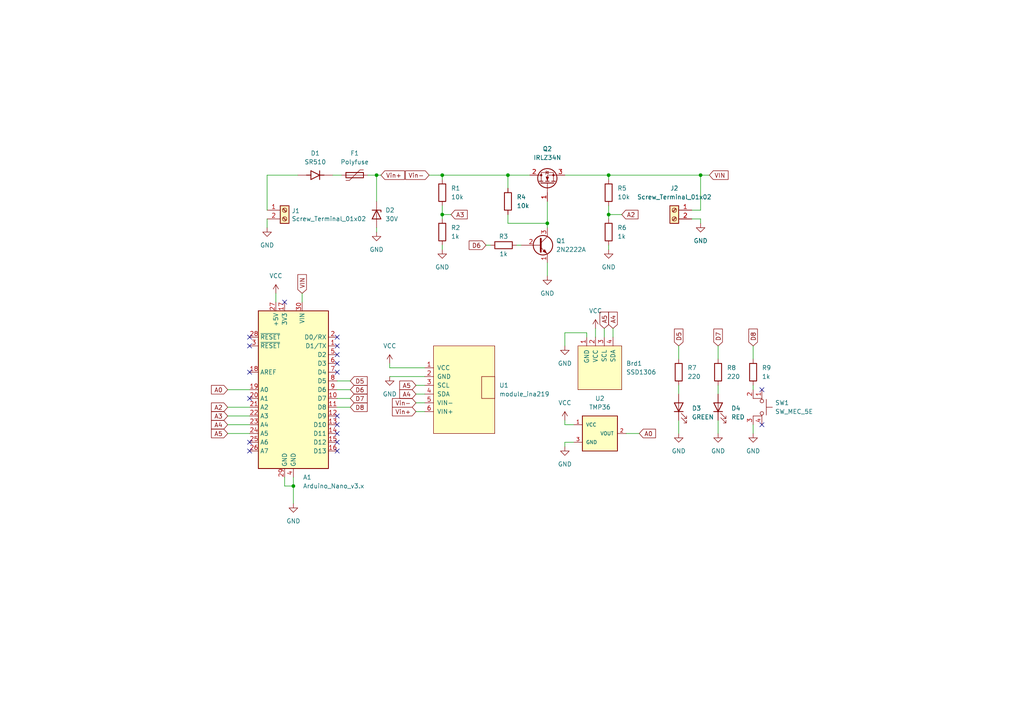
<source format=kicad_sch>
(kicad_sch (version 20211123) (generator eeschema)

  (uuid edc9ab4f-487a-48dc-95f2-4d87f0e9cf9e)

  (paper "A4")

  (title_block
    (title "Charge Controller Arduino Nano")
    (comment 7 "Leeds Beckett University")
    (comment 8 "Final Year Project")
    (comment 9 "Author: Hamed Adefuwa")
  )

  (lib_symbols
    (symbol "Connector:Screw_Terminal_01x02" (pin_names (offset 1.016) hide) (in_bom yes) (on_board yes)
      (property "Reference" "J" (id 0) (at 0 2.54 0)
        (effects (font (size 1.27 1.27)))
      )
      (property "Value" "Screw_Terminal_01x02" (id 1) (at 0 -5.08 0)
        (effects (font (size 1.27 1.27)))
      )
      (property "Footprint" "" (id 2) (at 0 0 0)
        (effects (font (size 1.27 1.27)) hide)
      )
      (property "Datasheet" "~" (id 3) (at 0 0 0)
        (effects (font (size 1.27 1.27)) hide)
      )
      (property "ki_keywords" "screw terminal" (id 4) (at 0 0 0)
        (effects (font (size 1.27 1.27)) hide)
      )
      (property "ki_description" "Generic screw terminal, single row, 01x02, script generated (kicad-library-utils/schlib/autogen/connector/)" (id 5) (at 0 0 0)
        (effects (font (size 1.27 1.27)) hide)
      )
      (property "ki_fp_filters" "TerminalBlock*:*" (id 6) (at 0 0 0)
        (effects (font (size 1.27 1.27)) hide)
      )
      (symbol "Screw_Terminal_01x02_1_1"
        (rectangle (start -1.27 1.27) (end 1.27 -3.81)
          (stroke (width 0.254) (type default) (color 0 0 0 0))
          (fill (type background))
        )
        (circle (center 0 -2.54) (radius 0.635)
          (stroke (width 0.1524) (type default) (color 0 0 0 0))
          (fill (type none))
        )
        (polyline
          (pts
            (xy -0.5334 -2.2098)
            (xy 0.3302 -3.048)
          )
          (stroke (width 0.1524) (type default) (color 0 0 0 0))
          (fill (type none))
        )
        (polyline
          (pts
            (xy -0.5334 0.3302)
            (xy 0.3302 -0.508)
          )
          (stroke (width 0.1524) (type default) (color 0 0 0 0))
          (fill (type none))
        )
        (polyline
          (pts
            (xy -0.3556 -2.032)
            (xy 0.508 -2.8702)
          )
          (stroke (width 0.1524) (type default) (color 0 0 0 0))
          (fill (type none))
        )
        (polyline
          (pts
            (xy -0.3556 0.508)
            (xy 0.508 -0.3302)
          )
          (stroke (width 0.1524) (type default) (color 0 0 0 0))
          (fill (type none))
        )
        (circle (center 0 0) (radius 0.635)
          (stroke (width 0.1524) (type default) (color 0 0 0 0))
          (fill (type none))
        )
        (pin passive line (at -5.08 0 0) (length 3.81)
          (name "Pin_1" (effects (font (size 1.27 1.27))))
          (number "1" (effects (font (size 1.27 1.27))))
        )
        (pin passive line (at -5.08 -2.54 0) (length 3.81)
          (name "Pin_2" (effects (font (size 1.27 1.27))))
          (number "2" (effects (font (size 1.27 1.27))))
        )
      )
    )
    (symbol "Device:LED" (pin_numbers hide) (pin_names (offset 1.016) hide) (in_bom yes) (on_board yes)
      (property "Reference" "D" (id 0) (at 0 2.54 0)
        (effects (font (size 1.27 1.27)))
      )
      (property "Value" "LED" (id 1) (at 0 -2.54 0)
        (effects (font (size 1.27 1.27)))
      )
      (property "Footprint" "" (id 2) (at 0 0 0)
        (effects (font (size 1.27 1.27)) hide)
      )
      (property "Datasheet" "~" (id 3) (at 0 0 0)
        (effects (font (size 1.27 1.27)) hide)
      )
      (property "ki_keywords" "LED diode" (id 4) (at 0 0 0)
        (effects (font (size 1.27 1.27)) hide)
      )
      (property "ki_description" "Light emitting diode" (id 5) (at 0 0 0)
        (effects (font (size 1.27 1.27)) hide)
      )
      (property "ki_fp_filters" "LED* LED_SMD:* LED_THT:*" (id 6) (at 0 0 0)
        (effects (font (size 1.27 1.27)) hide)
      )
      (symbol "LED_0_1"
        (polyline
          (pts
            (xy -1.27 -1.27)
            (xy -1.27 1.27)
          )
          (stroke (width 0.254) (type default) (color 0 0 0 0))
          (fill (type none))
        )
        (polyline
          (pts
            (xy -1.27 0)
            (xy 1.27 0)
          )
          (stroke (width 0) (type default) (color 0 0 0 0))
          (fill (type none))
        )
        (polyline
          (pts
            (xy 1.27 -1.27)
            (xy 1.27 1.27)
            (xy -1.27 0)
            (xy 1.27 -1.27)
          )
          (stroke (width 0.254) (type default) (color 0 0 0 0))
          (fill (type none))
        )
        (polyline
          (pts
            (xy -3.048 -0.762)
            (xy -4.572 -2.286)
            (xy -3.81 -2.286)
            (xy -4.572 -2.286)
            (xy -4.572 -1.524)
          )
          (stroke (width 0) (type default) (color 0 0 0 0))
          (fill (type none))
        )
        (polyline
          (pts
            (xy -1.778 -0.762)
            (xy -3.302 -2.286)
            (xy -2.54 -2.286)
            (xy -3.302 -2.286)
            (xy -3.302 -1.524)
          )
          (stroke (width 0) (type default) (color 0 0 0 0))
          (fill (type none))
        )
      )
      (symbol "LED_1_1"
        (pin passive line (at -3.81 0 0) (length 2.54)
          (name "K" (effects (font (size 1.27 1.27))))
          (number "1" (effects (font (size 1.27 1.27))))
        )
        (pin passive line (at 3.81 0 180) (length 2.54)
          (name "A" (effects (font (size 1.27 1.27))))
          (number "2" (effects (font (size 1.27 1.27))))
        )
      )
    )
    (symbol "Device:Polyfuse" (pin_numbers hide) (pin_names (offset 0)) (in_bom yes) (on_board yes)
      (property "Reference" "F" (id 0) (at -2.54 0 90)
        (effects (font (size 1.27 1.27)))
      )
      (property "Value" "Polyfuse" (id 1) (at 2.54 0 90)
        (effects (font (size 1.27 1.27)))
      )
      (property "Footprint" "" (id 2) (at 1.27 -5.08 0)
        (effects (font (size 1.27 1.27)) (justify left) hide)
      )
      (property "Datasheet" "~" (id 3) (at 0 0 0)
        (effects (font (size 1.27 1.27)) hide)
      )
      (property "ki_keywords" "resettable fuse PTC PPTC polyfuse polyswitch" (id 4) (at 0 0 0)
        (effects (font (size 1.27 1.27)) hide)
      )
      (property "ki_description" "Resettable fuse, polymeric positive temperature coefficient" (id 5) (at 0 0 0)
        (effects (font (size 1.27 1.27)) hide)
      )
      (property "ki_fp_filters" "*polyfuse* *PTC*" (id 6) (at 0 0 0)
        (effects (font (size 1.27 1.27)) hide)
      )
      (symbol "Polyfuse_0_1"
        (rectangle (start -0.762 2.54) (end 0.762 -2.54)
          (stroke (width 0.254) (type default) (color 0 0 0 0))
          (fill (type none))
        )
        (polyline
          (pts
            (xy 0 2.54)
            (xy 0 -2.54)
          )
          (stroke (width 0) (type default) (color 0 0 0 0))
          (fill (type none))
        )
        (polyline
          (pts
            (xy -1.524 2.54)
            (xy -1.524 1.524)
            (xy 1.524 -1.524)
            (xy 1.524 -2.54)
          )
          (stroke (width 0) (type default) (color 0 0 0 0))
          (fill (type none))
        )
      )
      (symbol "Polyfuse_1_1"
        (pin passive line (at 0 3.81 270) (length 1.27)
          (name "~" (effects (font (size 1.27 1.27))))
          (number "1" (effects (font (size 1.27 1.27))))
        )
        (pin passive line (at 0 -3.81 90) (length 1.27)
          (name "~" (effects (font (size 1.27 1.27))))
          (number "2" (effects (font (size 1.27 1.27))))
        )
      )
    )
    (symbol "Device:R" (pin_numbers hide) (pin_names (offset 0)) (in_bom yes) (on_board yes)
      (property "Reference" "R" (id 0) (at 2.032 0 90)
        (effects (font (size 1.27 1.27)))
      )
      (property "Value" "R" (id 1) (at 0 0 90)
        (effects (font (size 1.27 1.27)))
      )
      (property "Footprint" "" (id 2) (at -1.778 0 90)
        (effects (font (size 1.27 1.27)) hide)
      )
      (property "Datasheet" "~" (id 3) (at 0 0 0)
        (effects (font (size 1.27 1.27)) hide)
      )
      (property "ki_keywords" "R res resistor" (id 4) (at 0 0 0)
        (effects (font (size 1.27 1.27)) hide)
      )
      (property "ki_description" "Resistor" (id 5) (at 0 0 0)
        (effects (font (size 1.27 1.27)) hide)
      )
      (property "ki_fp_filters" "R_*" (id 6) (at 0 0 0)
        (effects (font (size 1.27 1.27)) hide)
      )
      (symbol "R_0_1"
        (rectangle (start -1.016 -2.54) (end 1.016 2.54)
          (stroke (width 0.254) (type default) (color 0 0 0 0))
          (fill (type none))
        )
      )
      (symbol "R_1_1"
        (pin passive line (at 0 3.81 270) (length 1.27)
          (name "~" (effects (font (size 1.27 1.27))))
          (number "1" (effects (font (size 1.27 1.27))))
        )
        (pin passive line (at 0 -3.81 90) (length 1.27)
          (name "~" (effects (font (size 1.27 1.27))))
          (number "2" (effects (font (size 1.27 1.27))))
        )
      )
    )
    (symbol "Diode:1N47xxA" (pin_numbers hide) (pin_names hide) (in_bom yes) (on_board yes)
      (property "Reference" "D" (id 0) (at 0 2.54 0)
        (effects (font (size 1.27 1.27)))
      )
      (property "Value" "1N47xxA" (id 1) (at 0 -2.54 0)
        (effects (font (size 1.27 1.27)))
      )
      (property "Footprint" "Diode_THT:D_DO-41_SOD81_P10.16mm_Horizontal" (id 2) (at 0 -4.445 0)
        (effects (font (size 1.27 1.27)) hide)
      )
      (property "Datasheet" "https://www.vishay.com/docs/85816/1n4728a.pdf" (id 3) (at 0 0 0)
        (effects (font (size 1.27 1.27)) hide)
      )
      (property "ki_keywords" "zener diode" (id 4) (at 0 0 0)
        (effects (font (size 1.27 1.27)) hide)
      )
      (property "ki_description" "1300mW Silicon planar power Zener diodes, DO-41" (id 5) (at 0 0 0)
        (effects (font (size 1.27 1.27)) hide)
      )
      (property "ki_fp_filters" "D*DO?41*" (id 6) (at 0 0 0)
        (effects (font (size 1.27 1.27)) hide)
      )
      (symbol "1N47xxA_0_1"
        (polyline
          (pts
            (xy 1.27 0)
            (xy -1.27 0)
          )
          (stroke (width 0) (type default) (color 0 0 0 0))
          (fill (type none))
        )
        (polyline
          (pts
            (xy -1.27 -1.27)
            (xy -1.27 1.27)
            (xy -0.762 1.27)
          )
          (stroke (width 0.254) (type default) (color 0 0 0 0))
          (fill (type none))
        )
        (polyline
          (pts
            (xy 1.27 -1.27)
            (xy 1.27 1.27)
            (xy -1.27 0)
            (xy 1.27 -1.27)
          )
          (stroke (width 0.254) (type default) (color 0 0 0 0))
          (fill (type none))
        )
      )
      (symbol "1N47xxA_1_1"
        (pin passive line (at -3.81 0 0) (length 2.54)
          (name "K" (effects (font (size 1.27 1.27))))
          (number "1" (effects (font (size 1.27 1.27))))
        )
        (pin passive line (at 3.81 0 180) (length 2.54)
          (name "A" (effects (font (size 1.27 1.27))))
          (number "2" (effects (font (size 1.27 1.27))))
        )
      )
    )
    (symbol "MCU_Module:Arduino_Nano_v3.x" (in_bom yes) (on_board yes)
      (property "Reference" "A" (id 0) (at -10.16 23.495 0)
        (effects (font (size 1.27 1.27)) (justify left bottom))
      )
      (property "Value" "Arduino_Nano_v3.x" (id 1) (at 5.08 -24.13 0)
        (effects (font (size 1.27 1.27)) (justify left top))
      )
      (property "Footprint" "Module:Arduino_Nano" (id 2) (at 0 0 0)
        (effects (font (size 1.27 1.27) italic) hide)
      )
      (property "Datasheet" "http://www.mouser.com/pdfdocs/Gravitech_Arduino_Nano3_0.pdf" (id 3) (at 0 0 0)
        (effects (font (size 1.27 1.27)) hide)
      )
      (property "ki_keywords" "Arduino nano microcontroller module USB" (id 4) (at 0 0 0)
        (effects (font (size 1.27 1.27)) hide)
      )
      (property "ki_description" "Arduino Nano v3.x" (id 5) (at 0 0 0)
        (effects (font (size 1.27 1.27)) hide)
      )
      (property "ki_fp_filters" "Arduino*Nano*" (id 6) (at 0 0 0)
        (effects (font (size 1.27 1.27)) hide)
      )
      (symbol "Arduino_Nano_v3.x_0_1"
        (rectangle (start -10.16 22.86) (end 10.16 -22.86)
          (stroke (width 0.254) (type default) (color 0 0 0 0))
          (fill (type background))
        )
      )
      (symbol "Arduino_Nano_v3.x_1_1"
        (pin bidirectional line (at -12.7 12.7 0) (length 2.54)
          (name "D1/TX" (effects (font (size 1.27 1.27))))
          (number "1" (effects (font (size 1.27 1.27))))
        )
        (pin bidirectional line (at -12.7 -2.54 0) (length 2.54)
          (name "D7" (effects (font (size 1.27 1.27))))
          (number "10" (effects (font (size 1.27 1.27))))
        )
        (pin bidirectional line (at -12.7 -5.08 0) (length 2.54)
          (name "D8" (effects (font (size 1.27 1.27))))
          (number "11" (effects (font (size 1.27 1.27))))
        )
        (pin bidirectional line (at -12.7 -7.62 0) (length 2.54)
          (name "D9" (effects (font (size 1.27 1.27))))
          (number "12" (effects (font (size 1.27 1.27))))
        )
        (pin bidirectional line (at -12.7 -10.16 0) (length 2.54)
          (name "D10" (effects (font (size 1.27 1.27))))
          (number "13" (effects (font (size 1.27 1.27))))
        )
        (pin bidirectional line (at -12.7 -12.7 0) (length 2.54)
          (name "D11" (effects (font (size 1.27 1.27))))
          (number "14" (effects (font (size 1.27 1.27))))
        )
        (pin bidirectional line (at -12.7 -15.24 0) (length 2.54)
          (name "D12" (effects (font (size 1.27 1.27))))
          (number "15" (effects (font (size 1.27 1.27))))
        )
        (pin bidirectional line (at -12.7 -17.78 0) (length 2.54)
          (name "D13" (effects (font (size 1.27 1.27))))
          (number "16" (effects (font (size 1.27 1.27))))
        )
        (pin power_out line (at 2.54 25.4 270) (length 2.54)
          (name "3V3" (effects (font (size 1.27 1.27))))
          (number "17" (effects (font (size 1.27 1.27))))
        )
        (pin input line (at 12.7 5.08 180) (length 2.54)
          (name "AREF" (effects (font (size 1.27 1.27))))
          (number "18" (effects (font (size 1.27 1.27))))
        )
        (pin bidirectional line (at 12.7 0 180) (length 2.54)
          (name "A0" (effects (font (size 1.27 1.27))))
          (number "19" (effects (font (size 1.27 1.27))))
        )
        (pin bidirectional line (at -12.7 15.24 0) (length 2.54)
          (name "D0/RX" (effects (font (size 1.27 1.27))))
          (number "2" (effects (font (size 1.27 1.27))))
        )
        (pin bidirectional line (at 12.7 -2.54 180) (length 2.54)
          (name "A1" (effects (font (size 1.27 1.27))))
          (number "20" (effects (font (size 1.27 1.27))))
        )
        (pin bidirectional line (at 12.7 -5.08 180) (length 2.54)
          (name "A2" (effects (font (size 1.27 1.27))))
          (number "21" (effects (font (size 1.27 1.27))))
        )
        (pin bidirectional line (at 12.7 -7.62 180) (length 2.54)
          (name "A3" (effects (font (size 1.27 1.27))))
          (number "22" (effects (font (size 1.27 1.27))))
        )
        (pin bidirectional line (at 12.7 -10.16 180) (length 2.54)
          (name "A4" (effects (font (size 1.27 1.27))))
          (number "23" (effects (font (size 1.27 1.27))))
        )
        (pin bidirectional line (at 12.7 -12.7 180) (length 2.54)
          (name "A5" (effects (font (size 1.27 1.27))))
          (number "24" (effects (font (size 1.27 1.27))))
        )
        (pin bidirectional line (at 12.7 -15.24 180) (length 2.54)
          (name "A6" (effects (font (size 1.27 1.27))))
          (number "25" (effects (font (size 1.27 1.27))))
        )
        (pin bidirectional line (at 12.7 -17.78 180) (length 2.54)
          (name "A7" (effects (font (size 1.27 1.27))))
          (number "26" (effects (font (size 1.27 1.27))))
        )
        (pin power_out line (at 5.08 25.4 270) (length 2.54)
          (name "+5V" (effects (font (size 1.27 1.27))))
          (number "27" (effects (font (size 1.27 1.27))))
        )
        (pin input line (at 12.7 15.24 180) (length 2.54)
          (name "~{RESET}" (effects (font (size 1.27 1.27))))
          (number "28" (effects (font (size 1.27 1.27))))
        )
        (pin power_in line (at 2.54 -25.4 90) (length 2.54)
          (name "GND" (effects (font (size 1.27 1.27))))
          (number "29" (effects (font (size 1.27 1.27))))
        )
        (pin input line (at 12.7 12.7 180) (length 2.54)
          (name "~{RESET}" (effects (font (size 1.27 1.27))))
          (number "3" (effects (font (size 1.27 1.27))))
        )
        (pin power_in line (at -2.54 25.4 270) (length 2.54)
          (name "VIN" (effects (font (size 1.27 1.27))))
          (number "30" (effects (font (size 1.27 1.27))))
        )
        (pin power_in line (at 0 -25.4 90) (length 2.54)
          (name "GND" (effects (font (size 1.27 1.27))))
          (number "4" (effects (font (size 1.27 1.27))))
        )
        (pin bidirectional line (at -12.7 10.16 0) (length 2.54)
          (name "D2" (effects (font (size 1.27 1.27))))
          (number "5" (effects (font (size 1.27 1.27))))
        )
        (pin bidirectional line (at -12.7 7.62 0) (length 2.54)
          (name "D3" (effects (font (size 1.27 1.27))))
          (number "6" (effects (font (size 1.27 1.27))))
        )
        (pin bidirectional line (at -12.7 5.08 0) (length 2.54)
          (name "D4" (effects (font (size 1.27 1.27))))
          (number "7" (effects (font (size 1.27 1.27))))
        )
        (pin bidirectional line (at -12.7 2.54 0) (length 2.54)
          (name "D5" (effects (font (size 1.27 1.27))))
          (number "8" (effects (font (size 1.27 1.27))))
        )
        (pin bidirectional line (at -12.7 0 0) (length 2.54)
          (name "D6" (effects (font (size 1.27 1.27))))
          (number "9" (effects (font (size 1.27 1.27))))
        )
      )
    )
    (symbol "SR510:SR510" (pin_numbers hide) (pin_names (offset 1.016) hide) (in_bom yes) (on_board yes)
      (property "Reference" "D" (id 0) (at -5.08 2.54 0)
        (effects (font (size 1.27 1.27)) (justify left bottom))
      )
      (property "Value" "SR510" (id 1) (at -5.08 -3.81 0)
        (effects (font (size 1.27 1.27)) (justify left bottom))
      )
      (property "Footprint" "DIOAD1990W125L900D530" (id 2) (at 0 0 0)
        (effects (font (size 1.27 1.27)) (justify left bottom) hide)
      )
      (property "Datasheet" "" (id 3) (at 0 0 0)
        (effects (font (size 1.27 1.27)) (justify left bottom) hide)
      )
      (property "STANDARD" "IPC-7351B" (id 4) (at 0 0 0)
        (effects (font (size 1.27 1.27)) (justify left bottom) hide)
      )
      (property "MAXIMUM_PACKAGE_HEIGHT" "5.6 mm" (id 5) (at 0 0 0)
        (effects (font (size 1.27 1.27)) (justify left bottom) hide)
      )
      (property "PARTREV" "K2105" (id 6) (at 0 0 0)
        (effects (font (size 1.27 1.27)) (justify left bottom) hide)
      )
      (property "MANUFACTURER" "Taiwan Semiconductor" (id 7) (at 0 0 0)
        (effects (font (size 1.27 1.27)) (justify left bottom) hide)
      )
      (property "ki_locked" "" (id 8) (at 0 0 0)
        (effects (font (size 1.27 1.27)))
      )
      (symbol "SR510_0_0"
        (polyline
          (pts
            (xy -2.54 0)
            (xy -1.27 0)
          )
          (stroke (width 0.254) (type default) (color 0 0 0 0))
          (fill (type none))
        )
        (polyline
          (pts
            (xy -1.27 -1.27)
            (xy 1.27 0)
          )
          (stroke (width 0.254) (type default) (color 0 0 0 0))
          (fill (type none))
        )
        (polyline
          (pts
            (xy -1.27 0)
            (xy -1.27 -1.27)
          )
          (stroke (width 0.254) (type default) (color 0 0 0 0))
          (fill (type none))
        )
        (polyline
          (pts
            (xy -1.27 1.27)
            (xy -1.27 0)
          )
          (stroke (width 0.254) (type default) (color 0 0 0 0))
          (fill (type none))
        )
        (polyline
          (pts
            (xy 1.27 0)
            (xy -1.27 1.27)
          )
          (stroke (width 0.254) (type default) (color 0 0 0 0))
          (fill (type none))
        )
        (polyline
          (pts
            (xy 1.27 0)
            (xy 1.27 -1.27)
          )
          (stroke (width 0.254) (type default) (color 0 0 0 0))
          (fill (type none))
        )
        (polyline
          (pts
            (xy 1.27 0)
            (xy 2.54 0)
          )
          (stroke (width 0.254) (type default) (color 0 0 0 0))
          (fill (type none))
        )
        (polyline
          (pts
            (xy 1.27 1.27)
            (xy 1.27 0)
          )
          (stroke (width 0.254) (type default) (color 0 0 0 0))
          (fill (type none))
        )
        (pin passive line (at -5.08 0 0) (length 2.54)
          (name "~" (effects (font (size 1.016 1.016))))
          (number "A" (effects (font (size 1.016 1.016))))
        )
        (pin passive line (at 5.08 0 180) (length 2.54)
          (name "~" (effects (font (size 1.016 1.016))))
          (number "C" (effects (font (size 1.016 1.016))))
        )
      )
    )
    (symbol "SSD1306-128x64_OLED:SSD1306" (pin_names (offset 1.016)) (in_bom yes) (on_board yes)
      (property "Reference" "Brd" (id 0) (at 0 -3.81 0)
        (effects (font (size 1.27 1.27)))
      )
      (property "Value" "SSD1306" (id 1) (at 0 -1.27 0)
        (effects (font (size 1.27 1.27)))
      )
      (property "Footprint" "" (id 2) (at 0 6.35 0)
        (effects (font (size 1.27 1.27)) hide)
      )
      (property "Datasheet" "" (id 3) (at 0 6.35 0)
        (effects (font (size 1.27 1.27)) hide)
      )
      (property "ki_keywords" "SSD1306" (id 4) (at 0 0 0)
        (effects (font (size 1.27 1.27)) hide)
      )
      (property "ki_description" "SSD1306 OLED" (id 5) (at 0 0 0)
        (effects (font (size 1.27 1.27)) hide)
      )
      (property "ki_fp_filters" "SSD1306-128x64_OLED:SSD1306" (id 6) (at 0 0 0)
        (effects (font (size 1.27 1.27)) hide)
      )
      (symbol "SSD1306_0_1"
        (rectangle (start -6.35 6.35) (end 6.35 -6.35)
          (stroke (width 0) (type default) (color 0 0 0 0))
          (fill (type background))
        )
      )
      (symbol "SSD1306_1_1"
        (pin input line (at -3.81 8.89 270) (length 2.54)
          (name "GND" (effects (font (size 1.27 1.27))))
          (number "1" (effects (font (size 1.27 1.27))))
        )
        (pin input line (at -1.27 8.89 270) (length 2.54)
          (name "VCC" (effects (font (size 1.27 1.27))))
          (number "2" (effects (font (size 1.27 1.27))))
        )
        (pin input line (at 1.27 8.89 270) (length 2.54)
          (name "SCL" (effects (font (size 1.27 1.27))))
          (number "3" (effects (font (size 1.27 1.27))))
        )
        (pin input line (at 3.81 8.89 270) (length 2.54)
          (name "SDA" (effects (font (size 1.27 1.27))))
          (number "4" (effects (font (size 1.27 1.27))))
        )
      )
    )
    (symbol "Switch:SW_MEC_5E" (pin_names (offset 1.016) hide) (in_bom yes) (on_board yes)
      (property "Reference" "SW" (id 0) (at 0.635 5.715 0)
        (effects (font (size 1.27 1.27)) (justify left))
      )
      (property "Value" "SW_MEC_5E" (id 1) (at 0 -3.175 0)
        (effects (font (size 1.27 1.27)))
      )
      (property "Footprint" "" (id 2) (at 0 7.62 0)
        (effects (font (size 1.27 1.27)) hide)
      )
      (property "Datasheet" "http://www.apem.com/int/index.php?controller=attachment&id_attachment=1371" (id 3) (at 0 7.62 0)
        (effects (font (size 1.27 1.27)) hide)
      )
      (property "ki_keywords" "switch normally-open pushbutton push-button" (id 4) (at 0 0 0)
        (effects (font (size 1.27 1.27)) hide)
      )
      (property "ki_description" "MEC 5E single pole normally-open tactile switch" (id 5) (at 0 0 0)
        (effects (font (size 1.27 1.27)) hide)
      )
      (property "ki_fp_filters" "SW*MEC*5G*" (id 6) (at 0 0 0)
        (effects (font (size 1.27 1.27)) hide)
      )
      (symbol "SW_MEC_5E_0_1"
        (circle (center -1.778 2.54) (radius 0.508)
          (stroke (width 0) (type default) (color 0 0 0 0))
          (fill (type none))
        )
        (polyline
          (pts
            (xy -2.286 3.81)
            (xy 2.286 3.81)
          )
          (stroke (width 0) (type default) (color 0 0 0 0))
          (fill (type none))
        )
        (polyline
          (pts
            (xy 0 3.81)
            (xy 0 5.588)
          )
          (stroke (width 0) (type default) (color 0 0 0 0))
          (fill (type none))
        )
        (polyline
          (pts
            (xy -2.54 0)
            (xy -2.54 2.54)
            (xy -2.286 2.54)
          )
          (stroke (width 0) (type default) (color 0 0 0 0))
          (fill (type none))
        )
        (polyline
          (pts
            (xy 2.54 0)
            (xy 2.54 2.54)
            (xy 2.286 2.54)
          )
          (stroke (width 0) (type default) (color 0 0 0 0))
          (fill (type none))
        )
        (circle (center 1.778 2.54) (radius 0.508)
          (stroke (width 0) (type default) (color 0 0 0 0))
          (fill (type none))
        )
        (pin passive line (at -5.08 2.54 0) (length 2.54)
          (name "1" (effects (font (size 1.27 1.27))))
          (number "1" (effects (font (size 1.27 1.27))))
        )
        (pin passive line (at -5.08 0 0) (length 2.54)
          (name "2" (effects (font (size 1.27 1.27))))
          (number "2" (effects (font (size 1.27 1.27))))
        )
        (pin passive line (at 5.08 0 180) (length 2.54)
          (name "K" (effects (font (size 1.27 1.27))))
          (number "3" (effects (font (size 1.27 1.27))))
        )
        (pin passive line (at 5.08 2.54 180) (length 2.54)
          (name "A" (effects (font (size 1.27 1.27))))
          (number "4" (effects (font (size 1.27 1.27))))
        )
      )
    )
    (symbol "TMP36:TMP36" (pin_names (offset 1.016)) (in_bom yes) (on_board yes)
      (property "Reference" "U" (id 0) (at -5.08 5.588 0)
        (effects (font (size 1.27 1.27)) (justify left bottom))
      )
      (property "Value" "TMP36" (id 1) (at -5.08 -7.366 0)
        (effects (font (size 1.27 1.27)) (justify left bottom))
      )
      (property "Footprint" "" (id 2) (at 0 0 0)
        (effects (font (size 1.27 1.27)) hide)
      )
      (property "Datasheet" "" (id 3) (at 0 0 0)
        (effects (font (size 1.27 1.27)) (justify left bottom) hide)
      )
      (property "ki_locked" "" (id 4) (at 0 0 0)
        (effects (font (size 1.27 1.27)))
      )
      (property "ki_fp_filters" "TO-92 SO08" (id 5) (at 0 0 0)
        (effects (font (size 1.27 1.27)) hide)
      )
      (symbol "TMP36_0_0"
        (rectangle (start -5.08 -5.08) (end 5.08 5.08)
          (stroke (width 0.254) (type default) (color 0 0 0 0))
          (fill (type background))
        )
        (pin bidirectional line (at -7.62 2.54 0) (length 2.54)
          (name "VCC" (effects (font (size 1.016 1.016))))
          (number "1" (effects (font (size 1.016 1.016))))
        )
        (pin bidirectional line (at 7.62 0 180) (length 2.54)
          (name "VOUT" (effects (font (size 1.016 1.016))))
          (number "2" (effects (font (size 1.016 1.016))))
        )
        (pin bidirectional line (at -7.62 -2.54 0) (length 2.54)
          (name "GND" (effects (font (size 1.016 1.016))))
          (number "3" (effects (font (size 1.016 1.016))))
        )
      )
    )
    (symbol "Transistor_BJT:2N3904" (pin_names (offset 0) hide) (in_bom yes) (on_board yes)
      (property "Reference" "Q" (id 0) (at 5.08 1.905 0)
        (effects (font (size 1.27 1.27)) (justify left))
      )
      (property "Value" "2N3904" (id 1) (at 5.08 0 0)
        (effects (font (size 1.27 1.27)) (justify left))
      )
      (property "Footprint" "Package_TO_SOT_THT:TO-92_Inline" (id 2) (at 5.08 -1.905 0)
        (effects (font (size 1.27 1.27) italic) (justify left) hide)
      )
      (property "Datasheet" "https://www.onsemi.com/pub/Collateral/2N3903-D.PDF" (id 3) (at 0 0 0)
        (effects (font (size 1.27 1.27)) (justify left) hide)
      )
      (property "ki_keywords" "NPN Transistor" (id 4) (at 0 0 0)
        (effects (font (size 1.27 1.27)) hide)
      )
      (property "ki_description" "0.2A Ic, 40V Vce, Small Signal NPN Transistor, TO-92" (id 5) (at 0 0 0)
        (effects (font (size 1.27 1.27)) hide)
      )
      (property "ki_fp_filters" "TO?92*" (id 6) (at 0 0 0)
        (effects (font (size 1.27 1.27)) hide)
      )
      (symbol "2N3904_0_1"
        (polyline
          (pts
            (xy 0.635 0.635)
            (xy 2.54 2.54)
          )
          (stroke (width 0) (type default) (color 0 0 0 0))
          (fill (type none))
        )
        (polyline
          (pts
            (xy 0.635 -0.635)
            (xy 2.54 -2.54)
            (xy 2.54 -2.54)
          )
          (stroke (width 0) (type default) (color 0 0 0 0))
          (fill (type none))
        )
        (polyline
          (pts
            (xy 0.635 1.905)
            (xy 0.635 -1.905)
            (xy 0.635 -1.905)
          )
          (stroke (width 0.508) (type default) (color 0 0 0 0))
          (fill (type none))
        )
        (polyline
          (pts
            (xy 1.27 -1.778)
            (xy 1.778 -1.27)
            (xy 2.286 -2.286)
            (xy 1.27 -1.778)
            (xy 1.27 -1.778)
          )
          (stroke (width 0) (type default) (color 0 0 0 0))
          (fill (type outline))
        )
        (circle (center 1.27 0) (radius 2.8194)
          (stroke (width 0.254) (type default) (color 0 0 0 0))
          (fill (type none))
        )
      )
      (symbol "2N3904_1_1"
        (pin passive line (at 2.54 -5.08 90) (length 2.54)
          (name "E" (effects (font (size 1.27 1.27))))
          (number "1" (effects (font (size 1.27 1.27))))
        )
        (pin passive line (at -5.08 0 0) (length 5.715)
          (name "B" (effects (font (size 1.27 1.27))))
          (number "2" (effects (font (size 1.27 1.27))))
        )
        (pin passive line (at 2.54 5.08 270) (length 2.54)
          (name "C" (effects (font (size 1.27 1.27))))
          (number "3" (effects (font (size 1.27 1.27))))
        )
      )
    )
    (symbol "Transistor_FET:IRLZ34N" (pin_names hide) (in_bom yes) (on_board yes)
      (property "Reference" "Q" (id 0) (at 6.35 1.905 0)
        (effects (font (size 1.27 1.27)) (justify left))
      )
      (property "Value" "IRLZ34N" (id 1) (at 6.35 0 0)
        (effects (font (size 1.27 1.27)) (justify left))
      )
      (property "Footprint" "Package_TO_SOT_THT:TO-220-3_Vertical" (id 2) (at 6.35 -1.905 0)
        (effects (font (size 1.27 1.27) italic) (justify left) hide)
      )
      (property "Datasheet" "http://www.infineon.com/dgdl/irlz34npbf.pdf?fileId=5546d462533600a40153567206892720" (id 3) (at 0 0 0)
        (effects (font (size 1.27 1.27)) (justify left) hide)
      )
      (property "ki_keywords" "N-Channel HEXFET MOSFET Logic-Level" (id 4) (at 0 0 0)
        (effects (font (size 1.27 1.27)) hide)
      )
      (property "ki_description" "30A Id, 55V Vds, 35mOhm Rds, N-Channel HEXFET Power MOSFET, TO-220AB" (id 5) (at 0 0 0)
        (effects (font (size 1.27 1.27)) hide)
      )
      (property "ki_fp_filters" "TO?220*" (id 6) (at 0 0 0)
        (effects (font (size 1.27 1.27)) hide)
      )
      (symbol "IRLZ34N_0_1"
        (polyline
          (pts
            (xy 0.254 0)
            (xy -2.54 0)
          )
          (stroke (width 0) (type default) (color 0 0 0 0))
          (fill (type none))
        )
        (polyline
          (pts
            (xy 0.254 1.905)
            (xy 0.254 -1.905)
          )
          (stroke (width 0.254) (type default) (color 0 0 0 0))
          (fill (type none))
        )
        (polyline
          (pts
            (xy 0.762 -1.27)
            (xy 0.762 -2.286)
          )
          (stroke (width 0.254) (type default) (color 0 0 0 0))
          (fill (type none))
        )
        (polyline
          (pts
            (xy 0.762 0.508)
            (xy 0.762 -0.508)
          )
          (stroke (width 0.254) (type default) (color 0 0 0 0))
          (fill (type none))
        )
        (polyline
          (pts
            (xy 0.762 2.286)
            (xy 0.762 1.27)
          )
          (stroke (width 0.254) (type default) (color 0 0 0 0))
          (fill (type none))
        )
        (polyline
          (pts
            (xy 2.54 2.54)
            (xy 2.54 1.778)
          )
          (stroke (width 0) (type default) (color 0 0 0 0))
          (fill (type none))
        )
        (polyline
          (pts
            (xy 2.54 -2.54)
            (xy 2.54 0)
            (xy 0.762 0)
          )
          (stroke (width 0) (type default) (color 0 0 0 0))
          (fill (type none))
        )
        (polyline
          (pts
            (xy 0.762 -1.778)
            (xy 3.302 -1.778)
            (xy 3.302 1.778)
            (xy 0.762 1.778)
          )
          (stroke (width 0) (type default) (color 0 0 0 0))
          (fill (type none))
        )
        (polyline
          (pts
            (xy 1.016 0)
            (xy 2.032 0.381)
            (xy 2.032 -0.381)
            (xy 1.016 0)
          )
          (stroke (width 0) (type default) (color 0 0 0 0))
          (fill (type outline))
        )
        (polyline
          (pts
            (xy 2.794 0.508)
            (xy 2.921 0.381)
            (xy 3.683 0.381)
            (xy 3.81 0.254)
          )
          (stroke (width 0) (type default) (color 0 0 0 0))
          (fill (type none))
        )
        (polyline
          (pts
            (xy 3.302 0.381)
            (xy 2.921 -0.254)
            (xy 3.683 -0.254)
            (xy 3.302 0.381)
          )
          (stroke (width 0) (type default) (color 0 0 0 0))
          (fill (type none))
        )
        (circle (center 1.651 0) (radius 2.794)
          (stroke (width 0.254) (type default) (color 0 0 0 0))
          (fill (type none))
        )
        (circle (center 2.54 -1.778) (radius 0.254)
          (stroke (width 0) (type default) (color 0 0 0 0))
          (fill (type outline))
        )
        (circle (center 2.54 1.778) (radius 0.254)
          (stroke (width 0) (type default) (color 0 0 0 0))
          (fill (type outline))
        )
      )
      (symbol "IRLZ34N_1_1"
        (pin input line (at -5.08 0 0) (length 2.54)
          (name "G" (effects (font (size 1.27 1.27))))
          (number "1" (effects (font (size 1.27 1.27))))
        )
        (pin passive line (at 2.54 5.08 270) (length 2.54)
          (name "D" (effects (font (size 1.27 1.27))))
          (number "2" (effects (font (size 1.27 1.27))))
        )
        (pin passive line (at 2.54 -5.08 90) (length 2.54)
          (name "S" (effects (font (size 1.27 1.27))))
          (number "3" (effects (font (size 1.27 1.27))))
        )
      )
    )
    (symbol "power:GND" (power) (pin_names (offset 0)) (in_bom yes) (on_board yes)
      (property "Reference" "#PWR" (id 0) (at 0 -6.35 0)
        (effects (font (size 1.27 1.27)) hide)
      )
      (property "Value" "GND" (id 1) (at 0 -3.81 0)
        (effects (font (size 1.27 1.27)))
      )
      (property "Footprint" "" (id 2) (at 0 0 0)
        (effects (font (size 1.27 1.27)) hide)
      )
      (property "Datasheet" "" (id 3) (at 0 0 0)
        (effects (font (size 1.27 1.27)) hide)
      )
      (property "ki_keywords" "power-flag" (id 4) (at 0 0 0)
        (effects (font (size 1.27 1.27)) hide)
      )
      (property "ki_description" "Power symbol creates a global label with name \"GND\" , ground" (id 5) (at 0 0 0)
        (effects (font (size 1.27 1.27)) hide)
      )
      (symbol "GND_0_1"
        (polyline
          (pts
            (xy 0 0)
            (xy 0 -1.27)
            (xy 1.27 -1.27)
            (xy 0 -2.54)
            (xy -1.27 -1.27)
            (xy 0 -1.27)
          )
          (stroke (width 0) (type default) (color 0 0 0 0))
          (fill (type none))
        )
      )
      (symbol "GND_1_1"
        (pin power_in line (at 0 0 270) (length 0) hide
          (name "GND" (effects (font (size 1.27 1.27))))
          (number "1" (effects (font (size 1.27 1.27))))
        )
      )
    )
    (symbol "power:VCC" (power) (pin_names (offset 0)) (in_bom yes) (on_board yes)
      (property "Reference" "#PWR" (id 0) (at 0 -3.81 0)
        (effects (font (size 1.27 1.27)) hide)
      )
      (property "Value" "VCC" (id 1) (at 0 3.81 0)
        (effects (font (size 1.27 1.27)))
      )
      (property "Footprint" "" (id 2) (at 0 0 0)
        (effects (font (size 1.27 1.27)) hide)
      )
      (property "Datasheet" "" (id 3) (at 0 0 0)
        (effects (font (size 1.27 1.27)) hide)
      )
      (property "ki_keywords" "power-flag" (id 4) (at 0 0 0)
        (effects (font (size 1.27 1.27)) hide)
      )
      (property "ki_description" "Power symbol creates a global label with name \"VCC\"" (id 5) (at 0 0 0)
        (effects (font (size 1.27 1.27)) hide)
      )
      (symbol "VCC_0_1"
        (polyline
          (pts
            (xy -0.762 1.27)
            (xy 0 2.54)
          )
          (stroke (width 0) (type default) (color 0 0 0 0))
          (fill (type none))
        )
        (polyline
          (pts
            (xy 0 0)
            (xy 0 2.54)
          )
          (stroke (width 0) (type default) (color 0 0 0 0))
          (fill (type none))
        )
        (polyline
          (pts
            (xy 0 2.54)
            (xy 0.762 1.27)
          )
          (stroke (width 0) (type default) (color 0 0 0 0))
          (fill (type none))
        )
      )
      (symbol "VCC_1_1"
        (pin power_in line (at 0 0 90) (length 0) hide
          (name "VCC" (effects (font (size 1.27 1.27))))
          (number "1" (effects (font (size 1.27 1.27))))
        )
      )
    )
    (symbol "usini_sensors:module_ina219" (pin_names (offset 1.016)) (in_bom yes) (on_board yes)
      (property "Reference" "U" (id 0) (at 2.54 12.7 0)
        (effects (font (size 1.27 1.27)))
      )
      (property "Value" "module_ina219" (id 1) (at 10.16 -15.24 0)
        (effects (font (size 1.27 1.27)))
      )
      (property "Footprint" "usini_sensors:module_ina219" (id 2) (at 12.7 -17.78 0)
        (effects (font (size 1.27 1.27)) hide)
      )
      (property "Datasheet" "" (id 3) (at 0 0 0)
        (effects (font (size 1.27 1.27)) hide)
      )
      (symbol "module_ina219_0_1"
        (rectangle (start 2.54 11.43) (end 20.32 -13.97)
          (stroke (width 0) (type default) (color 0 0 0 0))
          (fill (type background))
        )
        (rectangle (start 20.32 2.54) (end 16.51 -3.81)
          (stroke (width 0) (type default) (color 0 0 0 0))
          (fill (type none))
        )
      )
      (symbol "module_ina219_1_1"
        (pin input line (at 0 5.08 0) (length 2.54)
          (name "VCC" (effects (font (size 1.27 1.27))))
          (number "1" (effects (font (size 1.27 1.27))))
        )
        (pin input line (at 0 2.54 0) (length 2.54)
          (name "GND" (effects (font (size 1.27 1.27))))
          (number "2" (effects (font (size 1.27 1.27))))
        )
        (pin input line (at 0 0 0) (length 2.54)
          (name "SCL" (effects (font (size 1.27 1.27))))
          (number "3" (effects (font (size 1.27 1.27))))
        )
        (pin input line (at 0 -2.54 0) (length 2.54)
          (name "SDA" (effects (font (size 1.27 1.27))))
          (number "4" (effects (font (size 1.27 1.27))))
        )
        (pin input line (at 0 -5.08 0) (length 2.54)
          (name "VIN-" (effects (font (size 1.27 1.27))))
          (number "5" (effects (font (size 1.27 1.27))))
        )
        (pin input line (at 0 -7.62 0) (length 2.54)
          (name "VIN+" (effects (font (size 1.27 1.27))))
          (number "6" (effects (font (size 1.27 1.27))))
        )
      )
    )
  )

  (junction (at 203.2 50.8) (diameter 0) (color 0 0 0 0)
    (uuid 113070ce-fcc2-4796-a4a5-b899829cfef8)
  )
  (junction (at 158.75 64.77) (diameter 0) (color 0 0 0 0)
    (uuid 161a95f8-212a-4bfd-a205-15cdeb41c504)
  )
  (junction (at 128.27 62.23) (diameter 0) (color 0 0 0 0)
    (uuid 61a51aae-3f60-4568-8e59-1182a8892159)
  )
  (junction (at 109.22 50.8) (diameter 0) (color 0 0 0 0)
    (uuid 71722a15-24e4-4a47-aa4b-dd95d6281088)
  )
  (junction (at 176.53 50.8) (diameter 0) (color 0 0 0 0)
    (uuid 786f90e6-7b04-4c3e-b767-07d8250949ad)
  )
  (junction (at 128.27 50.8) (diameter 0) (color 0 0 0 0)
    (uuid 8cd9fdbf-da76-4eac-a03b-135c058719cf)
  )
  (junction (at 85.09 140.97) (diameter 0) (color 0 0 0 0)
    (uuid ae57e970-fcc4-40a2-970b-59aa7128fceb)
  )
  (junction (at 147.32 50.8) (diameter 0) (color 0 0 0 0)
    (uuid bc062e50-d4ce-45a1-b302-5faccc5e936e)
  )
  (junction (at 176.53 62.23) (diameter 0) (color 0 0 0 0)
    (uuid e52ea573-8f30-4990-9cb8-b147255826cd)
  )

  (no_connect (at 82.55 87.63) (uuid 2a48aba8-f53a-4ca9-af22-250f75afbbfb))
  (no_connect (at 220.98 113.03) (uuid 72f64dc7-ee25-4745-913f-7062008ffe47))
  (no_connect (at 220.98 123.19) (uuid 72f64dc7-ee25-4745-913f-7062008ffe48))
  (no_connect (at 97.79 125.73) (uuid ecc90da3-7c18-4728-ae13-5605b9845a81))
  (no_connect (at 97.79 123.19) (uuid ecc90da3-7c18-4728-ae13-5605b9845a82))
  (no_connect (at 97.79 130.81) (uuid ecc90da3-7c18-4728-ae13-5605b9845a83))
  (no_connect (at 97.79 128.27) (uuid ecc90da3-7c18-4728-ae13-5605b9845a84))
  (no_connect (at 72.39 128.27) (uuid ecc90da3-7c18-4728-ae13-5605b9845a85))
  (no_connect (at 72.39 130.81) (uuid ecc90da3-7c18-4728-ae13-5605b9845a86))
  (no_connect (at 97.79 120.65) (uuid ecc90da3-7c18-4728-ae13-5605b9845a87))
  (no_connect (at 72.39 97.79) (uuid ecc90da3-7c18-4728-ae13-5605b9845a88))
  (no_connect (at 72.39 115.57) (uuid ecc90da3-7c18-4728-ae13-5605b9845a89))
  (no_connect (at 72.39 100.33) (uuid ecc90da3-7c18-4728-ae13-5605b9845a8a))
  (no_connect (at 72.39 107.95) (uuid ecc90da3-7c18-4728-ae13-5605b9845a8b))
  (no_connect (at 97.79 105.41) (uuid ecc90da3-7c18-4728-ae13-5605b9845a8c))
  (no_connect (at 97.79 102.87) (uuid ecc90da3-7c18-4728-ae13-5605b9845a8d))
  (no_connect (at 97.79 97.79) (uuid ecc90da3-7c18-4728-ae13-5605b9845a8e))
  (no_connect (at 97.79 107.95) (uuid ecc90da3-7c18-4728-ae13-5605b9845a8f))
  (no_connect (at 97.79 100.33) (uuid ecc90da3-7c18-4728-ae13-5605b9845a90))

  (wire (pts (xy 163.83 50.8) (xy 176.53 50.8))
    (stroke (width 0) (type default) (color 0 0 0 0))
    (uuid 015ed6d0-ce50-44f5-9634-f04925816084)
  )
  (wire (pts (xy 120.65 119.38) (xy 123.19 119.38))
    (stroke (width 0) (type default) (color 0 0 0 0))
    (uuid 03203ad9-90b0-43cc-91f2-73324e3fb625)
  )
  (wire (pts (xy 66.04 118.11) (xy 72.39 118.11))
    (stroke (width 0) (type default) (color 0 0 0 0))
    (uuid 0603c195-1bcb-44e0-8ec0-ee43c1774291)
  )
  (wire (pts (xy 120.65 114.3) (xy 123.19 114.3))
    (stroke (width 0) (type default) (color 0 0 0 0))
    (uuid 089e9556-e07a-477d-b4a6-6ed2e922449c)
  )
  (wire (pts (xy 163.83 128.27) (xy 163.83 129.54))
    (stroke (width 0) (type default) (color 0 0 0 0))
    (uuid 0e39a729-9ffa-4092-b298-c4e07d6fdb23)
  )
  (wire (pts (xy 203.2 50.8) (xy 205.74 50.8))
    (stroke (width 0) (type default) (color 0 0 0 0))
    (uuid 10ecce4e-0e7e-4254-8019-ceae57ac14d9)
  )
  (wire (pts (xy 208.28 121.92) (xy 208.28 125.73))
    (stroke (width 0) (type default) (color 0 0 0 0))
    (uuid 11886395-d18f-4611-995a-9b0667a12b51)
  )
  (wire (pts (xy 200.66 63.5) (xy 203.2 63.5))
    (stroke (width 0) (type default) (color 0 0 0 0))
    (uuid 13898277-133e-4408-a347-54053559773a)
  )
  (wire (pts (xy 158.75 76.2) (xy 158.75 80.01))
    (stroke (width 0) (type default) (color 0 0 0 0))
    (uuid 185fbad8-500a-419c-bfd6-94f549cbf041)
  )
  (wire (pts (xy 158.75 64.77) (xy 158.75 66.04))
    (stroke (width 0) (type default) (color 0 0 0 0))
    (uuid 192730fe-610a-429a-a491-7f212d92d693)
  )
  (wire (pts (xy 128.27 50.8) (xy 128.27 52.07))
    (stroke (width 0) (type default) (color 0 0 0 0))
    (uuid 196420b0-7417-4bb5-9de5-511bbf5be34b)
  )
  (wire (pts (xy 172.72 95.25) (xy 172.72 97.79))
    (stroke (width 0) (type default) (color 0 0 0 0))
    (uuid 1cad2196-b48a-4af3-85a0-f37d24db58f0)
  )
  (wire (pts (xy 109.22 50.8) (xy 110.49 50.8))
    (stroke (width 0) (type default) (color 0 0 0 0))
    (uuid 1d88dacc-2adf-4c13-ac9c-8bdafb4fe124)
  )
  (wire (pts (xy 175.26 95.25) (xy 175.26 97.79))
    (stroke (width 0) (type default) (color 0 0 0 0))
    (uuid 1e2159e5-7433-4f3c-8550-e8e9a3d715c5)
  )
  (wire (pts (xy 203.2 63.5) (xy 203.2 64.77))
    (stroke (width 0) (type default) (color 0 0 0 0))
    (uuid 1e589b56-c273-4c32-8a38-05aee333f056)
  )
  (wire (pts (xy 218.44 111.76) (xy 218.44 113.03))
    (stroke (width 0) (type default) (color 0 0 0 0))
    (uuid 1fb6b552-d30e-4641-9414-18343ca59a8f)
  )
  (wire (pts (xy 97.79 110.49) (xy 101.6 110.49))
    (stroke (width 0) (type default) (color 0 0 0 0))
    (uuid 20413beb-f8ca-424d-a588-c083a4b9644d)
  )
  (wire (pts (xy 170.18 96.52) (xy 170.18 97.79))
    (stroke (width 0) (type default) (color 0 0 0 0))
    (uuid 26cb768d-c086-4cf8-92d3-ee6b88c47c32)
  )
  (wire (pts (xy 208.28 100.33) (xy 208.28 104.14))
    (stroke (width 0) (type default) (color 0 0 0 0))
    (uuid 29b4faa1-9aa3-46c1-8a7c-9cb7a0ef310e)
  )
  (wire (pts (xy 109.22 50.8) (xy 109.22 58.42))
    (stroke (width 0) (type default) (color 0 0 0 0))
    (uuid 2f9414df-4c22-46d9-a330-1f0a188f4c37)
  )
  (wire (pts (xy 176.53 62.23) (xy 180.34 62.23))
    (stroke (width 0) (type default) (color 0 0 0 0))
    (uuid 31257a71-7f69-4923-829d-ca804584f047)
  )
  (wire (pts (xy 77.47 50.8) (xy 86.36 50.8))
    (stroke (width 0) (type default) (color 0 0 0 0))
    (uuid 34b43264-2c5b-4f7d-bec4-8dbdce3fe913)
  )
  (wire (pts (xy 158.75 58.42) (xy 158.75 64.77))
    (stroke (width 0) (type default) (color 0 0 0 0))
    (uuid 34eb0635-54e9-4c97-9a02-8e33eb0d4217)
  )
  (wire (pts (xy 128.27 62.23) (xy 128.27 63.5))
    (stroke (width 0) (type default) (color 0 0 0 0))
    (uuid 360f3ea6-d60e-4329-a0cb-4cef2c2067fd)
  )
  (wire (pts (xy 200.66 60.96) (xy 203.2 60.96))
    (stroke (width 0) (type default) (color 0 0 0 0))
    (uuid 37aa4876-7946-496d-860a-d1255acc9b57)
  )
  (wire (pts (xy 85.09 140.97) (xy 85.09 146.05))
    (stroke (width 0) (type default) (color 0 0 0 0))
    (uuid 3b2cb723-7b7f-4ecf-ae6e-1df466b4697f)
  )
  (wire (pts (xy 177.8 95.25) (xy 177.8 97.79))
    (stroke (width 0) (type default) (color 0 0 0 0))
    (uuid 3de940c0-db39-4e50-b505-ab1dbc9ba714)
  )
  (wire (pts (xy 203.2 50.8) (xy 176.53 50.8))
    (stroke (width 0) (type default) (color 0 0 0 0))
    (uuid 42dd43a1-4709-4b6c-8185-92a572c6d4ec)
  )
  (wire (pts (xy 87.63 85.09) (xy 87.63 87.63))
    (stroke (width 0) (type default) (color 0 0 0 0))
    (uuid 43aadd07-6c09-4828-9626-b5647fcc5166)
  )
  (wire (pts (xy 163.83 96.52) (xy 170.18 96.52))
    (stroke (width 0) (type default) (color 0 0 0 0))
    (uuid 457a265d-f791-413b-896f-6a3a228ef2fa)
  )
  (wire (pts (xy 196.85 121.92) (xy 196.85 125.73))
    (stroke (width 0) (type default) (color 0 0 0 0))
    (uuid 4fd8ce37-193c-4432-9b31-edaa6d91a4da)
  )
  (wire (pts (xy 218.44 123.19) (xy 218.44 125.73))
    (stroke (width 0) (type default) (color 0 0 0 0))
    (uuid 52580c80-b6a8-4c9e-8d5f-2522a673b1c2)
  )
  (wire (pts (xy 147.32 64.77) (xy 158.75 64.77))
    (stroke (width 0) (type default) (color 0 0 0 0))
    (uuid 582b7cb3-b887-4e85-9b3c-e009684f9857)
  )
  (wire (pts (xy 97.79 113.03) (xy 101.6 113.03))
    (stroke (width 0) (type default) (color 0 0 0 0))
    (uuid 58ac9a54-b980-4fd1-a8e8-ddaef5c02874)
  )
  (wire (pts (xy 96.52 50.8) (xy 99.06 50.8))
    (stroke (width 0) (type default) (color 0 0 0 0))
    (uuid 5911c03b-9126-4c27-81bc-e37f82ad490b)
  )
  (wire (pts (xy 176.53 50.8) (xy 176.53 52.07))
    (stroke (width 0) (type default) (color 0 0 0 0))
    (uuid 59ec4713-89e9-4c37-b475-5137b84f05ab)
  )
  (wire (pts (xy 128.27 59.69) (xy 128.27 62.23))
    (stroke (width 0) (type default) (color 0 0 0 0))
    (uuid 5ca56757-4d3c-4629-9915-8d97c40df492)
  )
  (wire (pts (xy 147.32 50.8) (xy 147.32 54.61))
    (stroke (width 0) (type default) (color 0 0 0 0))
    (uuid 60178278-87c5-40d6-b9f8-00a15e397045)
  )
  (wire (pts (xy 66.04 125.73) (xy 72.39 125.73))
    (stroke (width 0) (type default) (color 0 0 0 0))
    (uuid 66c0d92e-4935-4ce6-ace6-e711069fab2a)
  )
  (wire (pts (xy 120.65 111.76) (xy 123.19 111.76))
    (stroke (width 0) (type default) (color 0 0 0 0))
    (uuid 6b1568be-28d3-4a85-bd0e-2f9c54080183)
  )
  (wire (pts (xy 124.46 50.8) (xy 128.27 50.8))
    (stroke (width 0) (type default) (color 0 0 0 0))
    (uuid 6bf7120e-4629-4aee-9a7d-c1e4c806e455)
  )
  (wire (pts (xy 109.22 66.04) (xy 109.22 67.31))
    (stroke (width 0) (type default) (color 0 0 0 0))
    (uuid 715ea255-57cc-4122-b1c0-26a2d62a585f)
  )
  (wire (pts (xy 97.79 118.11) (xy 101.6 118.11))
    (stroke (width 0) (type default) (color 0 0 0 0))
    (uuid 7259d534-ee79-490f-8244-3b0e8c10e3f9)
  )
  (wire (pts (xy 128.27 71.12) (xy 128.27 72.39))
    (stroke (width 0) (type default) (color 0 0 0 0))
    (uuid 759acf5e-8368-44c4-aebf-dba4bf0cd1e1)
  )
  (wire (pts (xy 196.85 111.76) (xy 196.85 114.3))
    (stroke (width 0) (type default) (color 0 0 0 0))
    (uuid 77b2cd3b-a7c8-4d77-83ef-d56486e3bcb7)
  )
  (wire (pts (xy 128.27 50.8) (xy 147.32 50.8))
    (stroke (width 0) (type default) (color 0 0 0 0))
    (uuid 84aa6bd8-7520-4429-8225-3f819f91c146)
  )
  (wire (pts (xy 208.28 111.76) (xy 208.28 114.3))
    (stroke (width 0) (type default) (color 0 0 0 0))
    (uuid 876d15c2-786f-4830-810b-b67695901f0f)
  )
  (wire (pts (xy 163.83 100.33) (xy 163.83 96.52))
    (stroke (width 0) (type default) (color 0 0 0 0))
    (uuid 891e56a8-0a8d-4725-93f3-6a1b83d93c09)
  )
  (wire (pts (xy 203.2 60.96) (xy 203.2 50.8))
    (stroke (width 0) (type default) (color 0 0 0 0))
    (uuid 892a1205-1c3a-4226-b2ba-84f0c5d6398b)
  )
  (wire (pts (xy 80.01 85.09) (xy 80.01 87.63))
    (stroke (width 0) (type default) (color 0 0 0 0))
    (uuid 8c0564fd-f8a8-4779-8862-9eec28aa1c63)
  )
  (wire (pts (xy 128.27 62.23) (xy 130.81 62.23))
    (stroke (width 0) (type default) (color 0 0 0 0))
    (uuid 91d94d1c-8e17-4381-a000-6d77ea500316)
  )
  (wire (pts (xy 181.61 125.73) (xy 185.42 125.73))
    (stroke (width 0) (type default) (color 0 0 0 0))
    (uuid 9ad8b05f-1d30-4cc2-ba81-88d618bb6593)
  )
  (wire (pts (xy 82.55 138.43) (xy 82.55 140.97))
    (stroke (width 0) (type default) (color 0 0 0 0))
    (uuid 9d1b8cdb-b743-495c-916d-c26d88fa9336)
  )
  (wire (pts (xy 147.32 62.23) (xy 147.32 64.77))
    (stroke (width 0) (type default) (color 0 0 0 0))
    (uuid 9d46a5aa-c1d0-445b-9d46-a24e03f19858)
  )
  (wire (pts (xy 176.53 71.12) (xy 176.53 72.39))
    (stroke (width 0) (type default) (color 0 0 0 0))
    (uuid a113544a-0fbb-4873-8ce6-b727938fe765)
  )
  (wire (pts (xy 196.85 100.33) (xy 196.85 104.14))
    (stroke (width 0) (type default) (color 0 0 0 0))
    (uuid a426e6eb-0a88-46d7-a0e7-772bb85e9922)
  )
  (wire (pts (xy 106.68 50.8) (xy 109.22 50.8))
    (stroke (width 0) (type default) (color 0 0 0 0))
    (uuid a4c88eb7-6752-46f1-9852-1ff8454dc841)
  )
  (wire (pts (xy 163.83 123.19) (xy 166.37 123.19))
    (stroke (width 0) (type default) (color 0 0 0 0))
    (uuid a7b99c06-3e87-42bd-95ef-b439ba3b997b)
  )
  (wire (pts (xy 218.44 100.33) (xy 218.44 104.14))
    (stroke (width 0) (type default) (color 0 0 0 0))
    (uuid acca9e1b-dbdd-44eb-b3bd-39e538917687)
  )
  (wire (pts (xy 176.53 62.23) (xy 176.53 63.5))
    (stroke (width 0) (type default) (color 0 0 0 0))
    (uuid af3c7916-0081-4a37-9f22-d4b151aa8b91)
  )
  (wire (pts (xy 66.04 123.19) (xy 72.39 123.19))
    (stroke (width 0) (type default) (color 0 0 0 0))
    (uuid af653ea9-7f5b-4e0d-a914-4e1f8947dafc)
  )
  (wire (pts (xy 113.03 106.68) (xy 113.03 105.41))
    (stroke (width 0) (type default) (color 0 0 0 0))
    (uuid af95f91f-4b29-4ac1-85cc-75aeccf50459)
  )
  (wire (pts (xy 176.53 59.69) (xy 176.53 62.23))
    (stroke (width 0) (type default) (color 0 0 0 0))
    (uuid b027ffcf-f752-4dc5-b7d9-ca95872ea04d)
  )
  (wire (pts (xy 66.04 120.65) (xy 72.39 120.65))
    (stroke (width 0) (type default) (color 0 0 0 0))
    (uuid b78c028a-22f4-4574-a0de-ca9df44ec40d)
  )
  (wire (pts (xy 77.47 63.5) (xy 77.47 66.04))
    (stroke (width 0) (type default) (color 0 0 0 0))
    (uuid c0cd9c69-f0ff-4607-9034-da022dab180b)
  )
  (wire (pts (xy 140.97 71.12) (xy 142.24 71.12))
    (stroke (width 0) (type default) (color 0 0 0 0))
    (uuid c846bd85-6146-478d-a140-89cfdc565c49)
  )
  (wire (pts (xy 97.79 115.57) (xy 101.6 115.57))
    (stroke (width 0) (type default) (color 0 0 0 0))
    (uuid c9380cc6-4b6e-48d8-9be0-bc8c792749c5)
  )
  (wire (pts (xy 113.03 109.22) (xy 123.19 109.22))
    (stroke (width 0) (type default) (color 0 0 0 0))
    (uuid d1f0104e-1411-417f-a8b9-d4f7a01085db)
  )
  (wire (pts (xy 147.32 50.8) (xy 153.67 50.8))
    (stroke (width 0) (type default) (color 0 0 0 0))
    (uuid d2480933-8047-4c53-ae6a-ffffed8e965f)
  )
  (wire (pts (xy 163.83 121.92) (xy 163.83 123.19))
    (stroke (width 0) (type default) (color 0 0 0 0))
    (uuid d438b0dd-9506-4a0c-8f13-900d527cf5f7)
  )
  (wire (pts (xy 113.03 106.68) (xy 123.19 106.68))
    (stroke (width 0) (type default) (color 0 0 0 0))
    (uuid d7664803-a2de-4351-afc9-f36ed15c85aa)
  )
  (wire (pts (xy 77.47 50.8) (xy 77.47 60.96))
    (stroke (width 0) (type default) (color 0 0 0 0))
    (uuid dfb1c09b-2174-48e7-a514-6abfe347ab39)
  )
  (wire (pts (xy 66.04 113.03) (xy 72.39 113.03))
    (stroke (width 0) (type default) (color 0 0 0 0))
    (uuid e426c11a-64c3-4624-a0a4-2c894a37fd32)
  )
  (wire (pts (xy 120.65 116.84) (xy 123.19 116.84))
    (stroke (width 0) (type default) (color 0 0 0 0))
    (uuid e5b4b011-19fe-488c-a878-1b8ce92136e2)
  )
  (wire (pts (xy 85.09 138.43) (xy 85.09 140.97))
    (stroke (width 0) (type default) (color 0 0 0 0))
    (uuid e764a824-67eb-4050-80e3-b1353af7a6a7)
  )
  (wire (pts (xy 149.86 71.12) (xy 151.13 71.12))
    (stroke (width 0) (type default) (color 0 0 0 0))
    (uuid ef4bbe15-ec65-492b-b671-361100f90b3e)
  )
  (wire (pts (xy 82.55 140.97) (xy 85.09 140.97))
    (stroke (width 0) (type default) (color 0 0 0 0))
    (uuid f5cfe35c-adae-4fc5-b859-4da4c9b6b5e4)
  )
  (wire (pts (xy 166.37 128.27) (xy 163.83 128.27))
    (stroke (width 0) (type default) (color 0 0 0 0))
    (uuid ffe3d2a0-4d5f-4cc2-ab81-470dd6e910d4)
  )

  (global_label "VIN" (shape input) (at 87.63 85.09 90) (fields_autoplaced)
    (effects (font (size 1.27 1.27)) (justify left))
    (uuid 08aea2ff-e90f-40a7-aac8-d56cc5f8e47a)
    (property "Intersheet References" "${INTERSHEET_REFS}" (id 0) (at 87.5506 79.742 90)
      (effects (font (size 1.27 1.27)) (justify left) hide)
    )
  )
  (global_label "D5" (shape input) (at 196.85 100.33 90) (fields_autoplaced)
    (effects (font (size 1.27 1.27)) (justify left))
    (uuid 10d2a3e5-0d9d-417c-b688-1ad3a7af85e8)
    (property "Intersheet References" "${INTERSHEET_REFS}" (id 0) (at 196.7706 95.5263 90)
      (effects (font (size 1.27 1.27)) (justify left) hide)
    )
  )
  (global_label "A0" (shape input) (at 66.04 113.03 180) (fields_autoplaced)
    (effects (font (size 1.27 1.27)) (justify right))
    (uuid 23c05146-8b6e-49aa-9fd1-fd0ec05c4de1)
    (property "Intersheet References" "${INTERSHEET_REFS}" (id 0) (at 61.4177 113.1094 0)
      (effects (font (size 1.27 1.27)) (justify right) hide)
    )
  )
  (global_label "VIN" (shape input) (at 205.74 50.8 0) (fields_autoplaced)
    (effects (font (size 1.27 1.27)) (justify left))
    (uuid 362b6a36-ae54-4aac-8dc0-8a17b34fbde1)
    (property "Intersheet References" "${INTERSHEET_REFS}" (id 0) (at 211.088 50.7206 0)
      (effects (font (size 1.27 1.27)) (justify left) hide)
    )
  )
  (global_label "A5" (shape input) (at 66.04 125.73 180) (fields_autoplaced)
    (effects (font (size 1.27 1.27)) (justify right))
    (uuid 41158000-dd27-4785-8cf0-c89bae6f98d2)
    (property "Intersheet References" "${INTERSHEET_REFS}" (id 0) (at 61.4177 125.6506 0)
      (effects (font (size 1.27 1.27)) (justify right) hide)
    )
  )
  (global_label "Vin-" (shape input) (at 124.46 50.8 180) (fields_autoplaced)
    (effects (font (size 1.27 1.27)) (justify right))
    (uuid 4317daf0-aa99-4bf8-aa56-41b249bda65c)
    (property "Intersheet References" "${INTERSHEET_REFS}" (id 0) (at 117.721 50.7206 0)
      (effects (font (size 1.27 1.27)) (justify right) hide)
    )
  )
  (global_label "A5" (shape input) (at 120.65 111.76 180) (fields_autoplaced)
    (effects (font (size 1.27 1.27)) (justify right))
    (uuid 51dec909-d74d-4182-945a-65b3b7ec45b4)
    (property "Intersheet References" "${INTERSHEET_REFS}" (id 0) (at 116.0277 111.6806 0)
      (effects (font (size 1.27 1.27)) (justify right) hide)
    )
  )
  (global_label "A2" (shape input) (at 66.04 118.11 180) (fields_autoplaced)
    (effects (font (size 1.27 1.27)) (justify right))
    (uuid 584a5b41-845e-4f6f-86b8-e59c1bd1144a)
    (property "Intersheet References" "${INTERSHEET_REFS}" (id 0) (at 61.4177 118.1894 0)
      (effects (font (size 1.27 1.27)) (justify right) hide)
    )
  )
  (global_label "A4" (shape input) (at 177.8 95.25 90) (fields_autoplaced)
    (effects (font (size 1.27 1.27)) (justify left))
    (uuid 5e0c61e7-8976-4b16-97e1-477a97e96d32)
    (property "Intersheet References" "${INTERSHEET_REFS}" (id 0) (at 177.8794 90.6277 90)
      (effects (font (size 1.27 1.27)) (justify left) hide)
    )
  )
  (global_label "A4" (shape input) (at 120.65 114.3 180) (fields_autoplaced)
    (effects (font (size 1.27 1.27)) (justify right))
    (uuid 61dbfb97-6c06-43d3-ba48-06862f525a8b)
    (property "Intersheet References" "${INTERSHEET_REFS}" (id 0) (at 116.0277 114.2206 0)
      (effects (font (size 1.27 1.27)) (justify right) hide)
    )
  )
  (global_label "D6" (shape input) (at 140.97 71.12 180) (fields_autoplaced)
    (effects (font (size 1.27 1.27)) (justify right))
    (uuid 68d25fc4-c5b0-42e9-8942-952edbc15a04)
    (property "Intersheet References" "${INTERSHEET_REFS}" (id 0) (at 136.1663 71.0406 0)
      (effects (font (size 1.27 1.27)) (justify right) hide)
    )
  )
  (global_label "A3" (shape input) (at 130.81 62.23 0) (fields_autoplaced)
    (effects (font (size 1.27 1.27)) (justify left))
    (uuid 6ad06757-ca05-4b7a-9d95-92949948a1fc)
    (property "Intersheet References" "${INTERSHEET_REFS}" (id 0) (at 135.4323 62.3094 0)
      (effects (font (size 1.27 1.27)) (justify left) hide)
    )
  )
  (global_label "D8" (shape input) (at 218.44 100.33 90) (fields_autoplaced)
    (effects (font (size 1.27 1.27)) (justify left))
    (uuid 7dbfd904-97d9-405e-a8ed-099dc33fffe1)
    (property "Intersheet References" "${INTERSHEET_REFS}" (id 0) (at 218.3606 95.5263 90)
      (effects (font (size 1.27 1.27)) (justify left) hide)
    )
  )
  (global_label "Vin+" (shape input) (at 110.49 50.8 0) (fields_autoplaced)
    (effects (font (size 1.27 1.27)) (justify left))
    (uuid 8579ed80-a4de-4deb-8616-e90c5920aadd)
    (property "Intersheet References" "${INTERSHEET_REFS}" (id 0) (at 117.229 50.8794 0)
      (effects (font (size 1.27 1.27)) (justify left) hide)
    )
  )
  (global_label "A0" (shape input) (at 185.42 125.73 0) (fields_autoplaced)
    (effects (font (size 1.27 1.27)) (justify left))
    (uuid 95980959-e6f9-495e-a591-f38be2d916ff)
    (property "Intersheet References" "${INTERSHEET_REFS}" (id 0) (at 190.0423 125.6506 0)
      (effects (font (size 1.27 1.27)) (justify left) hide)
    )
  )
  (global_label "Vin+" (shape input) (at 120.65 119.38 180) (fields_autoplaced)
    (effects (font (size 1.27 1.27)) (justify right))
    (uuid 9a350d5b-b00f-4088-8a31-e845babf5a9a)
    (property "Intersheet References" "${INTERSHEET_REFS}" (id 0) (at 113.911 119.3006 0)
      (effects (font (size 1.27 1.27)) (justify right) hide)
    )
  )
  (global_label "Vin-" (shape input) (at 120.65 116.84 180) (fields_autoplaced)
    (effects (font (size 1.27 1.27)) (justify right))
    (uuid a99807a4-f4a1-4b36-97ca-73790856b2fa)
    (property "Intersheet References" "${INTERSHEET_REFS}" (id 0) (at 113.911 116.7606 0)
      (effects (font (size 1.27 1.27)) (justify right) hide)
    )
  )
  (global_label "D6" (shape input) (at 101.6 113.03 0) (fields_autoplaced)
    (effects (font (size 1.27 1.27)) (justify left))
    (uuid aa0e3abc-e1df-46a9-8e91-e744dcbfc699)
    (property "Intersheet References" "${INTERSHEET_REFS}" (id 0) (at 106.4037 112.9506 0)
      (effects (font (size 1.27 1.27)) (justify left) hide)
    )
  )
  (global_label "D5" (shape input) (at 101.6 110.49 0) (fields_autoplaced)
    (effects (font (size 1.27 1.27)) (justify left))
    (uuid ac742442-dfb3-4231-b895-a494c8af4c58)
    (property "Intersheet References" "${INTERSHEET_REFS}" (id 0) (at 106.4037 110.4106 0)
      (effects (font (size 1.27 1.27)) (justify left) hide)
    )
  )
  (global_label "A2" (shape input) (at 180.34 62.23 0) (fields_autoplaced)
    (effects (font (size 1.27 1.27)) (justify left))
    (uuid b5704752-c6b6-471e-b8ba-d306608eb8c2)
    (property "Intersheet References" "${INTERSHEET_REFS}" (id 0) (at 184.9623 62.1506 0)
      (effects (font (size 1.27 1.27)) (justify left) hide)
    )
  )
  (global_label "A5" (shape input) (at 175.26 95.25 90) (fields_autoplaced)
    (effects (font (size 1.27 1.27)) (justify left))
    (uuid f033a23f-c75f-4959-9197-fbd4b6aa0a70)
    (property "Intersheet References" "${INTERSHEET_REFS}" (id 0) (at 175.3394 90.6277 90)
      (effects (font (size 1.27 1.27)) (justify left) hide)
    )
  )
  (global_label "D7" (shape input) (at 208.28 100.33 90) (fields_autoplaced)
    (effects (font (size 1.27 1.27)) (justify left))
    (uuid f0e53719-dd5b-4f90-b816-89434b48d61b)
    (property "Intersheet References" "${INTERSHEET_REFS}" (id 0) (at 208.2006 95.5263 90)
      (effects (font (size 1.27 1.27)) (justify left) hide)
    )
  )
  (global_label "D7" (shape input) (at 101.6 115.57 0) (fields_autoplaced)
    (effects (font (size 1.27 1.27)) (justify left))
    (uuid f5d76225-2d44-43a8-b308-b6a7be52b4d2)
    (property "Intersheet References" "${INTERSHEET_REFS}" (id 0) (at 106.4037 115.4906 0)
      (effects (font (size 1.27 1.27)) (justify left) hide)
    )
  )
  (global_label "A3" (shape input) (at 66.04 120.65 180) (fields_autoplaced)
    (effects (font (size 1.27 1.27)) (justify right))
    (uuid f72a7f3f-cd55-4600-8078-4328e82d5adc)
    (property "Intersheet References" "${INTERSHEET_REFS}" (id 0) (at 61.4177 120.5706 0)
      (effects (font (size 1.27 1.27)) (justify right) hide)
    )
  )
  (global_label "A4" (shape input) (at 66.04 123.19 180) (fields_autoplaced)
    (effects (font (size 1.27 1.27)) (justify right))
    (uuid fb472e45-c7d3-4b37-b4b1-11aaf6f1eb2b)
    (property "Intersheet References" "${INTERSHEET_REFS}" (id 0) (at 61.4177 123.1106 0)
      (effects (font (size 1.27 1.27)) (justify right) hide)
    )
  )
  (global_label "D8" (shape input) (at 101.6 118.11 0) (fields_autoplaced)
    (effects (font (size 1.27 1.27)) (justify left))
    (uuid ff20d869-bcf8-4001-9156-0165cfa626b3)
    (property "Intersheet References" "${INTERSHEET_REFS}" (id 0) (at 106.4037 118.0306 0)
      (effects (font (size 1.27 1.27)) (justify left) hide)
    )
  )

  (symbol (lib_id "Connector:Screw_Terminal_01x02") (at 82.55 60.96 0) (unit 1)
    (in_bom yes) (on_board yes)
    (uuid 00000000-0000-0000-0000-00006268dfac)
    (property "Reference" "J1" (id 0) (at 84.582 61.1632 0)
      (effects (font (size 1.27 1.27)) (justify left))
    )
    (property "Value" "Screw_Terminal_01x02" (id 1) (at 84.582 63.4746 0)
      (effects (font (size 1.27 1.27)) (justify left))
    )
    (property "Footprint" "TerminalBlock:TerminalBlock_bornier-2_P5.08mm" (id 2) (at 82.55 60.96 0)
      (effects (font (size 1.27 1.27)) hide)
    )
    (property "Datasheet" "~" (id 3) (at 82.55 60.96 0)
      (effects (font (size 1.27 1.27)) hide)
    )
    (pin "1" (uuid f21eb6e0-87b3-4845-8fb5-6a09c9a60a2b))
    (pin "2" (uuid 14e702f6-af6e-4971-b3c5-9682f7d557f0))
  )

  (symbol (lib_id "Device:R") (at 176.53 67.31 180) (unit 1)
    (in_bom yes) (on_board yes) (fields_autoplaced)
    (uuid 05ca4c57-562a-4f89-9804-4585f16ce14f)
    (property "Reference" "R6" (id 0) (at 179.07 66.0399 0)
      (effects (font (size 1.27 1.27)) (justify right))
    )
    (property "Value" "1k" (id 1) (at 179.07 68.5799 0)
      (effects (font (size 1.27 1.27)) (justify right))
    )
    (property "Footprint" "Resistor_THT:R_Axial_DIN0204_L3.6mm_D1.6mm_P5.08mm_Horizontal" (id 2) (at 178.308 67.31 90)
      (effects (font (size 1.27 1.27)) hide)
    )
    (property "Datasheet" "~" (id 3) (at 176.53 67.31 0)
      (effects (font (size 1.27 1.27)) hide)
    )
    (pin "1" (uuid 1c54a8da-99c7-42db-ac20-c7e1c4756013))
    (pin "2" (uuid 426dec9f-30c7-4b57-b242-be0d0e9388a7))
  )

  (symbol (lib_id "power:VCC") (at 113.03 105.41 0) (unit 1)
    (in_bom yes) (on_board yes) (fields_autoplaced)
    (uuid 0803afdf-f87a-484d-950c-f300466eeff9)
    (property "Reference" "#PWR05" (id 0) (at 113.03 109.22 0)
      (effects (font (size 1.27 1.27)) hide)
    )
    (property "Value" "VCC" (id 1) (at 113.03 100.33 0))
    (property "Footprint" "" (id 2) (at 113.03 105.41 0)
      (effects (font (size 1.27 1.27)) hide)
    )
    (property "Datasheet" "" (id 3) (at 113.03 105.41 0)
      (effects (font (size 1.27 1.27)) hide)
    )
    (pin "1" (uuid cd67f8eb-3063-4ad0-a0c2-1e968d03d7f5))
  )

  (symbol (lib_id "power:GND") (at 128.27 72.39 0) (unit 1)
    (in_bom yes) (on_board yes) (fields_autoplaced)
    (uuid 0b2a7036-91ec-4829-bb49-c5e3c44c1bdb)
    (property "Reference" "#PWR07" (id 0) (at 128.27 78.74 0)
      (effects (font (size 1.27 1.27)) hide)
    )
    (property "Value" "GND" (id 1) (at 128.27 77.47 0))
    (property "Footprint" "" (id 2) (at 128.27 72.39 0)
      (effects (font (size 1.27 1.27)) hide)
    )
    (property "Datasheet" "" (id 3) (at 128.27 72.39 0)
      (effects (font (size 1.27 1.27)) hide)
    )
    (pin "1" (uuid b505c366-d841-41fd-b46a-d2b18d99fda0))
  )

  (symbol (lib_id "Connector:Screw_Terminal_01x02") (at 195.58 60.96 0) (mirror y) (unit 1)
    (in_bom yes) (on_board yes) (fields_autoplaced)
    (uuid 1114a2cd-e599-48d6-8188-4a77d4d482c3)
    (property "Reference" "J2" (id 0) (at 195.58 54.61 0))
    (property "Value" "Screw_Terminal_01x02" (id 1) (at 195.58 57.15 0))
    (property "Footprint" "TerminalBlock:TerminalBlock_bornier-2_P5.08mm" (id 2) (at 195.58 60.96 0)
      (effects (font (size 1.27 1.27)) hide)
    )
    (property "Datasheet" "~" (id 3) (at 195.58 60.96 0)
      (effects (font (size 1.27 1.27)) hide)
    )
    (pin "1" (uuid 79845dfb-b6ce-4e73-a348-5d7e892fd9bb))
    (pin "2" (uuid f2119d9d-da2e-4ed3-8b6e-3164eee1beda))
  )

  (symbol (lib_id "usini_sensors:module_ina219") (at 123.19 111.76 0) (unit 1)
    (in_bom yes) (on_board yes) (fields_autoplaced)
    (uuid 12e44a94-e834-43f9-abdc-f2f6bfc8c3c1)
    (property "Reference" "U1" (id 0) (at 144.78 111.7599 0)
      (effects (font (size 1.27 1.27)) (justify left))
    )
    (property "Value" "module_ina219" (id 1) (at 144.78 114.2999 0)
      (effects (font (size 1.27 1.27)) (justify left))
    )
    (property "Footprint" "usini_sensors:module_ina219" (id 2) (at 135.89 129.54 0)
      (effects (font (size 1.27 1.27)) hide)
    )
    (property "Datasheet" "" (id 3) (at 123.19 111.76 0)
      (effects (font (size 1.27 1.27)) hide)
    )
    (pin "1" (uuid b76d9cca-bd8e-4bc3-9f51-2311baa324ad))
    (pin "2" (uuid e215ed9c-c370-410c-b2bc-9cb2d759ccc2))
    (pin "3" (uuid 48154697-d1be-42bf-a6a5-496bea1fb08b))
    (pin "4" (uuid b85dcd83-b6c9-45a5-a479-d433975ddcff))
    (pin "5" (uuid c3d4a4f2-6b67-48ba-91eb-871af4fba73d))
    (pin "6" (uuid 76daf449-76c7-4693-98cd-87c919f5d590))
  )

  (symbol (lib_id "Device:Polyfuse") (at 102.87 50.8 90) (unit 1)
    (in_bom yes) (on_board yes) (fields_autoplaced)
    (uuid 14803a49-4d31-4b8d-9c88-f299f9c6d9f4)
    (property "Reference" "F1" (id 0) (at 102.87 44.45 90))
    (property "Value" "Polyfuse" (id 1) (at 102.87 46.99 90))
    (property "Footprint" "KiCad:RUEF300" (id 2) (at 107.95 49.53 0)
      (effects (font (size 1.27 1.27)) (justify left) hide)
    )
    (property "Datasheet" "~" (id 3) (at 102.87 50.8 0)
      (effects (font (size 1.27 1.27)) hide)
    )
    (pin "1" (uuid e0d0ef9a-cc29-45a5-ba6f-b69ca3458fa1))
    (pin "2" (uuid c85ae14d-8cee-4f1d-892f-ced6ad5288fb))
  )

  (symbol (lib_id "power:GND") (at 77.47 66.04 0) (unit 1)
    (in_bom yes) (on_board yes) (fields_autoplaced)
    (uuid 22462a15-d7ca-4d5a-a779-8854406aa836)
    (property "Reference" "#PWR01" (id 0) (at 77.47 72.39 0)
      (effects (font (size 1.27 1.27)) hide)
    )
    (property "Value" "GND" (id 1) (at 77.47 71.12 0))
    (property "Footprint" "" (id 2) (at 77.47 66.04 0)
      (effects (font (size 1.27 1.27)) hide)
    )
    (property "Datasheet" "" (id 3) (at 77.47 66.04 0)
      (effects (font (size 1.27 1.27)) hide)
    )
    (pin "1" (uuid c19a8ead-a9d2-4669-bfc4-c3280d85fc85))
  )

  (symbol (lib_id "Device:R") (at 176.53 55.88 180) (unit 1)
    (in_bom yes) (on_board yes) (fields_autoplaced)
    (uuid 22bf72ca-9c5a-41c0-98f5-dd9b37d8a447)
    (property "Reference" "R5" (id 0) (at 179.07 54.6099 0)
      (effects (font (size 1.27 1.27)) (justify right))
    )
    (property "Value" "10k" (id 1) (at 179.07 57.1499 0)
      (effects (font (size 1.27 1.27)) (justify right))
    )
    (property "Footprint" "Resistor_THT:R_Axial_DIN0204_L3.6mm_D1.6mm_P5.08mm_Horizontal" (id 2) (at 178.308 55.88 90)
      (effects (font (size 1.27 1.27)) hide)
    )
    (property "Datasheet" "~" (id 3) (at 176.53 55.88 0)
      (effects (font (size 1.27 1.27)) hide)
    )
    (pin "1" (uuid 46804c08-3c38-42b8-be6f-5e0f59bcc767))
    (pin "2" (uuid 37f3d352-0315-46f1-bfea-df853ad40c56))
  )

  (symbol (lib_id "Device:R") (at 208.28 107.95 180) (unit 1)
    (in_bom yes) (on_board yes) (fields_autoplaced)
    (uuid 2467b82b-cd1b-497a-b923-b7e1e5a9eaa9)
    (property "Reference" "R8" (id 0) (at 210.82 106.6799 0)
      (effects (font (size 1.27 1.27)) (justify right))
    )
    (property "Value" "220" (id 1) (at 210.82 109.2199 0)
      (effects (font (size 1.27 1.27)) (justify right))
    )
    (property "Footprint" "Resistor_THT:R_Axial_DIN0204_L3.6mm_D1.6mm_P5.08mm_Horizontal" (id 2) (at 210.058 107.95 90)
      (effects (font (size 1.27 1.27)) hide)
    )
    (property "Datasheet" "~" (id 3) (at 208.28 107.95 0)
      (effects (font (size 1.27 1.27)) hide)
    )
    (pin "1" (uuid 7a92702a-e032-453a-a6cf-e81994192338))
    (pin "2" (uuid d0c65405-a4db-4081-ad54-ae519cec3fd7))
  )

  (symbol (lib_id "Device:R") (at 196.85 107.95 180) (unit 1)
    (in_bom yes) (on_board yes) (fields_autoplaced)
    (uuid 2d15d1e5-22fb-40cf-a27c-097faa5b2fd3)
    (property "Reference" "R7" (id 0) (at 199.39 106.6799 0)
      (effects (font (size 1.27 1.27)) (justify right))
    )
    (property "Value" "220" (id 1) (at 199.39 109.2199 0)
      (effects (font (size 1.27 1.27)) (justify right))
    )
    (property "Footprint" "Resistor_THT:R_Axial_DIN0204_L3.6mm_D1.6mm_P5.08mm_Horizontal" (id 2) (at 198.628 107.95 90)
      (effects (font (size 1.27 1.27)) hide)
    )
    (property "Datasheet" "~" (id 3) (at 196.85 107.95 0)
      (effects (font (size 1.27 1.27)) hide)
    )
    (pin "1" (uuid 6f748959-e572-4a75-b8f0-cde086ed9ed4))
    (pin "2" (uuid 31dd199f-116c-4e96-8c50-d9273274e559))
  )

  (symbol (lib_id "SSD1306-128x64_OLED:SSD1306") (at 173.99 106.68 0) (unit 1)
    (in_bom yes) (on_board yes) (fields_autoplaced)
    (uuid 3437d705-fae2-4f94-8794-65d496e60788)
    (property "Reference" "Brd1" (id 0) (at 181.61 105.4099 0)
      (effects (font (size 1.27 1.27)) (justify left))
    )
    (property "Value" "SSD1306" (id 1) (at 181.61 107.9499 0)
      (effects (font (size 1.27 1.27)) (justify left))
    )
    (property "Footprint" "SSD1306:128x64OLED" (id 2) (at 173.99 100.33 0)
      (effects (font (size 1.27 1.27)) hide)
    )
    (property "Datasheet" "" (id 3) (at 173.99 100.33 0)
      (effects (font (size 1.27 1.27)) hide)
    )
    (pin "1" (uuid 40222d3a-7154-4efa-b334-456e648f1937))
    (pin "2" (uuid c66d9128-29f7-416a-8deb-9f03d42bb730))
    (pin "3" (uuid 33525f7e-afd8-451b-98d8-45f840a4f38d))
    (pin "4" (uuid 2ec22fa6-c3a4-4a4b-9fc6-7a7dff4badff))
  )

  (symbol (lib_id "MCU_Module:Arduino_Nano_v3.x") (at 85.09 113.03 0) (mirror y) (unit 1)
    (in_bom yes) (on_board yes) (fields_autoplaced)
    (uuid 372ee826-b5c1-4b35-92bb-40e3dab8f762)
    (property "Reference" "A1" (id 0) (at 87.8587 138.43 0)
      (effects (font (size 1.27 1.27)) (justify right))
    )
    (property "Value" "Arduino_Nano_v3.x" (id 1) (at 87.8587 140.97 0)
      (effects (font (size 1.27 1.27)) (justify right))
    )
    (property "Footprint" "Module:Arduino_Nano" (id 2) (at 85.09 113.03 0)
      (effects (font (size 1.27 1.27) italic) hide)
    )
    (property "Datasheet" "http://www.mouser.com/pdfdocs/Gravitech_Arduino_Nano3_0.pdf" (id 3) (at 85.09 113.03 0)
      (effects (font (size 1.27 1.27)) hide)
    )
    (pin "1" (uuid c75da6ae-4ed7-4c24-9a3f-2a483eb082c6))
    (pin "10" (uuid ce938e59-1956-4557-8f9e-79d669e5b060))
    (pin "11" (uuid 6b7293ed-4f6b-46a2-9001-9200965ba896))
    (pin "12" (uuid c987b641-956b-46fe-9893-5f78e40ee52e))
    (pin "13" (uuid 22a02a0a-19d6-46d5-a074-dbd5c4e7261e))
    (pin "14" (uuid 239e3d38-3762-4400-be46-c2b8ab204c83))
    (pin "15" (uuid 32adfba9-15f7-4ae0-884a-03c6076b30b1))
    (pin "16" (uuid 1d712074-18a3-4c48-93da-29619a3ea168))
    (pin "17" (uuid 702d1d3e-bd93-44ba-818c-e29afdb432c6))
    (pin "18" (uuid 232403c0-7866-4f07-967f-eca1a3acf840))
    (pin "19" (uuid 1e18bde1-1a82-4f01-a141-982a74af9e62))
    (pin "2" (uuid 8f7efbb1-d90c-418f-b7b6-39f8eb7f9eb3))
    (pin "20" (uuid 9efc7fe5-c2e2-420a-b6e9-92c24382e776))
    (pin "21" (uuid 77738407-39c3-4b13-b756-c1f95d17dfa6))
    (pin "22" (uuid 8db62b2f-14fd-4395-b8f3-3f198ae5e405))
    (pin "23" (uuid a6457540-9cb8-40cf-a7b2-f6da4bb02c33))
    (pin "24" (uuid 9972c226-fd2d-40d0-9155-1b9fe31b627a))
    (pin "25" (uuid 22c8cd89-b3f8-45f7-9e71-c7c03327cf7d))
    (pin "26" (uuid c8b7eb3a-d036-4459-b982-5c2824e8df6a))
    (pin "27" (uuid e1b4ca27-9994-4efe-95cf-f9a303209530))
    (pin "28" (uuid d738805d-6b05-4ee0-a9ac-bebf42e74275))
    (pin "29" (uuid 9ddfc5a1-6790-4985-accd-d4d8244783ab))
    (pin "3" (uuid 38fce67d-4f5b-49f1-b298-bc34b9c21909))
    (pin "30" (uuid c16250ad-3b5a-4cbb-a3bc-5fa9bc63d0b7))
    (pin "4" (uuid 71baff93-20f2-4a33-9b64-572f7f14ceb1))
    (pin "5" (uuid f35d2383-c886-4fae-9bf0-7bde566567ed))
    (pin "6" (uuid 122d1089-d5ec-4cd4-b6a0-42b7b47725e7))
    (pin "7" (uuid aa310b23-2fae-41c6-9c99-d82067e7abea))
    (pin "8" (uuid 34edec40-1c57-437a-82b2-3d79ad7b634e))
    (pin "9" (uuid 3b8935a7-c30c-4136-915f-c36eb0e5ce7a))
  )

  (symbol (lib_id "Device:R") (at 128.27 67.31 180) (unit 1)
    (in_bom yes) (on_board yes) (fields_autoplaced)
    (uuid 4662c4ca-db9c-4b8d-9a9a-013d417fb8cc)
    (property "Reference" "R2" (id 0) (at 130.81 66.0399 0)
      (effects (font (size 1.27 1.27)) (justify right))
    )
    (property "Value" "1k" (id 1) (at 130.81 68.5799 0)
      (effects (font (size 1.27 1.27)) (justify right))
    )
    (property "Footprint" "Resistor_THT:R_Axial_DIN0204_L3.6mm_D1.6mm_P5.08mm_Horizontal" (id 2) (at 130.048 67.31 90)
      (effects (font (size 1.27 1.27)) hide)
    )
    (property "Datasheet" "~" (id 3) (at 128.27 67.31 0)
      (effects (font (size 1.27 1.27)) hide)
    )
    (pin "1" (uuid 2472b918-e525-483d-a947-cb82e2673df2))
    (pin "2" (uuid 7238fdbd-cbdd-472b-98b8-5aeb3118e0c7))
  )

  (symbol (lib_id "power:VCC") (at 163.83 121.92 0) (unit 1)
    (in_bom yes) (on_board yes) (fields_autoplaced)
    (uuid 4e21541b-dc40-4225-a570-702a23f2f1ad)
    (property "Reference" "#PWR010" (id 0) (at 163.83 125.73 0)
      (effects (font (size 1.27 1.27)) hide)
    )
    (property "Value" "VCC" (id 1) (at 163.83 116.84 0))
    (property "Footprint" "" (id 2) (at 163.83 121.92 0)
      (effects (font (size 1.27 1.27)) hide)
    )
    (property "Datasheet" "" (id 3) (at 163.83 121.92 0)
      (effects (font (size 1.27 1.27)) hide)
    )
    (pin "1" (uuid e5a278f2-99cb-4e09-a408-bd7f38c38a4c))
  )

  (symbol (lib_id "Device:LED") (at 196.85 118.11 90) (unit 1)
    (in_bom yes) (on_board yes) (fields_autoplaced)
    (uuid 4e394999-bf64-42d9-b88a-b2c305506cb5)
    (property "Reference" "D3" (id 0) (at 200.66 118.4274 90)
      (effects (font (size 1.27 1.27)) (justify right))
    )
    (property "Value" "GREEN" (id 1) (at 200.66 120.9674 90)
      (effects (font (size 1.27 1.27)) (justify right))
    )
    (property "Footprint" "LED_THT:LED_D3.0mm" (id 2) (at 196.85 118.11 0)
      (effects (font (size 1.27 1.27)) hide)
    )
    (property "Datasheet" "~" (id 3) (at 196.85 118.11 0)
      (effects (font (size 1.27 1.27)) hide)
    )
    (pin "1" (uuid c2d810e7-db7d-4658-b390-d8b2c4496d7b))
    (pin "2" (uuid 687d983a-27c2-4d51-af9a-a658ca6097fd))
  )

  (symbol (lib_id "power:GND") (at 218.44 125.73 0) (unit 1)
    (in_bom yes) (on_board yes) (fields_autoplaced)
    (uuid 4ec28ca6-5010-4851-b121-fd31e3fb81d6)
    (property "Reference" "#PWR017" (id 0) (at 218.44 132.08 0)
      (effects (font (size 1.27 1.27)) hide)
    )
    (property "Value" "GND" (id 1) (at 218.44 130.81 0))
    (property "Footprint" "" (id 2) (at 218.44 125.73 0)
      (effects (font (size 1.27 1.27)) hide)
    )
    (property "Datasheet" "" (id 3) (at 218.44 125.73 0)
      (effects (font (size 1.27 1.27)) hide)
    )
    (pin "1" (uuid d0626f3f-e15a-49d1-aee8-c9f6c310d5ba))
  )

  (symbol (lib_id "power:GND") (at 208.28 125.73 0) (unit 1)
    (in_bom yes) (on_board yes) (fields_autoplaced)
    (uuid 5fe2f371-f91d-4e67-a17a-dd2d5b81537b)
    (property "Reference" "#PWR016" (id 0) (at 208.28 132.08 0)
      (effects (font (size 1.27 1.27)) hide)
    )
    (property "Value" "GND" (id 1) (at 208.28 130.81 0))
    (property "Footprint" "" (id 2) (at 208.28 125.73 0)
      (effects (font (size 1.27 1.27)) hide)
    )
    (property "Datasheet" "" (id 3) (at 208.28 125.73 0)
      (effects (font (size 1.27 1.27)) hide)
    )
    (pin "1" (uuid 25a05d52-42cc-4472-93db-a6781af2f7ee))
  )

  (symbol (lib_id "power:VCC") (at 172.72 95.25 0) (unit 1)
    (in_bom yes) (on_board yes) (fields_autoplaced)
    (uuid 60e97f9b-bef1-487c-8f42-7fd9523703a2)
    (property "Reference" "#PWR012" (id 0) (at 172.72 99.06 0)
      (effects (font (size 1.27 1.27)) hide)
    )
    (property "Value" "VCC" (id 1) (at 172.72 90.17 0))
    (property "Footprint" "" (id 2) (at 172.72 95.25 0)
      (effects (font (size 1.27 1.27)) hide)
    )
    (property "Datasheet" "" (id 3) (at 172.72 95.25 0)
      (effects (font (size 1.27 1.27)) hide)
    )
    (pin "1" (uuid 82a72e07-f3cd-4c2e-9fdd-bc5e92eb1433))
  )

  (symbol (lib_id "power:GND") (at 196.85 125.73 0) (unit 1)
    (in_bom yes) (on_board yes) (fields_autoplaced)
    (uuid 6258a6d2-c818-4b61-a061-68e362a63f62)
    (property "Reference" "#PWR014" (id 0) (at 196.85 132.08 0)
      (effects (font (size 1.27 1.27)) hide)
    )
    (property "Value" "GND" (id 1) (at 196.85 130.81 0))
    (property "Footprint" "" (id 2) (at 196.85 125.73 0)
      (effects (font (size 1.27 1.27)) hide)
    )
    (property "Datasheet" "" (id 3) (at 196.85 125.73 0)
      (effects (font (size 1.27 1.27)) hide)
    )
    (pin "1" (uuid 7fbca499-b75e-495c-afca-3bcfaa2eec08))
  )

  (symbol (lib_id "power:GND") (at 85.09 146.05 0) (unit 1)
    (in_bom yes) (on_board yes) (fields_autoplaced)
    (uuid 6593393a-f797-41ae-b1ec-9d5d8183e0bc)
    (property "Reference" "#PWR03" (id 0) (at 85.09 152.4 0)
      (effects (font (size 1.27 1.27)) hide)
    )
    (property "Value" "GND" (id 1) (at 85.09 151.13 0))
    (property "Footprint" "" (id 2) (at 85.09 146.05 0)
      (effects (font (size 1.27 1.27)) hide)
    )
    (property "Datasheet" "" (id 3) (at 85.09 146.05 0)
      (effects (font (size 1.27 1.27)) hide)
    )
    (pin "1" (uuid 46993d08-58e5-443e-bf98-baeee0ddc50f))
  )

  (symbol (lib_id "Device:R") (at 128.27 55.88 180) (unit 1)
    (in_bom yes) (on_board yes) (fields_autoplaced)
    (uuid 7de1fb69-6eea-4177-8c48-b3e99859c458)
    (property "Reference" "R1" (id 0) (at 130.81 54.6099 0)
      (effects (font (size 1.27 1.27)) (justify right))
    )
    (property "Value" "10k" (id 1) (at 130.81 57.1499 0)
      (effects (font (size 1.27 1.27)) (justify right))
    )
    (property "Footprint" "Resistor_THT:R_Axial_DIN0204_L3.6mm_D1.6mm_P5.08mm_Horizontal" (id 2) (at 130.048 55.88 90)
      (effects (font (size 1.27 1.27)) hide)
    )
    (property "Datasheet" "~" (id 3) (at 128.27 55.88 0)
      (effects (font (size 1.27 1.27)) hide)
    )
    (pin "1" (uuid 7758d864-4cf9-4117-ab5e-3b9325455f4e))
    (pin "2" (uuid 2ed67c31-9721-4564-83c2-0a9312fdc09b))
  )

  (symbol (lib_id "power:GND") (at 109.22 67.31 0) (unit 1)
    (in_bom yes) (on_board yes) (fields_autoplaced)
    (uuid 82157763-4cd7-46ed-bd45-116ddf70187e)
    (property "Reference" "#PWR04" (id 0) (at 109.22 73.66 0)
      (effects (font (size 1.27 1.27)) hide)
    )
    (property "Value" "GND" (id 1) (at 109.22 72.39 0))
    (property "Footprint" "" (id 2) (at 109.22 67.31 0)
      (effects (font (size 1.27 1.27)) hide)
    )
    (property "Datasheet" "" (id 3) (at 109.22 67.31 0)
      (effects (font (size 1.27 1.27)) hide)
    )
    (pin "1" (uuid 250f2454-1961-4ad2-826d-3c21f929f582))
  )

  (symbol (lib_id "power:GND") (at 158.75 80.01 0) (unit 1)
    (in_bom yes) (on_board yes) (fields_autoplaced)
    (uuid 97c478e1-f22c-42c5-958b-9b2a3f1ae308)
    (property "Reference" "#PWR08" (id 0) (at 158.75 86.36 0)
      (effects (font (size 1.27 1.27)) hide)
    )
    (property "Value" "GND" (id 1) (at 158.75 85.09 0))
    (property "Footprint" "" (id 2) (at 158.75 80.01 0)
      (effects (font (size 1.27 1.27)) hide)
    )
    (property "Datasheet" "" (id 3) (at 158.75 80.01 0)
      (effects (font (size 1.27 1.27)) hide)
    )
    (pin "1" (uuid 624a2cac-2353-4e10-b49b-0c52965be9d5))
  )

  (symbol (lib_id "power:VCC") (at 80.01 85.09 0) (unit 1)
    (in_bom yes) (on_board yes) (fields_autoplaced)
    (uuid 993f34ac-7146-452e-9080-cf99057f7dac)
    (property "Reference" "#PWR02" (id 0) (at 80.01 88.9 0)
      (effects (font (size 1.27 1.27)) hide)
    )
    (property "Value" "VCC" (id 1) (at 80.01 80.01 0))
    (property "Footprint" "" (id 2) (at 80.01 85.09 0)
      (effects (font (size 1.27 1.27)) hide)
    )
    (property "Datasheet" "" (id 3) (at 80.01 85.09 0)
      (effects (font (size 1.27 1.27)) hide)
    )
    (pin "1" (uuid 6b06582b-461a-47c1-b0fb-976b8001280b))
  )

  (symbol (lib_id "power:GND") (at 176.53 72.39 0) (unit 1)
    (in_bom yes) (on_board yes) (fields_autoplaced)
    (uuid 9e92b71e-be03-4cb6-8fdc-186d3764511d)
    (property "Reference" "#PWR013" (id 0) (at 176.53 78.74 0)
      (effects (font (size 1.27 1.27)) hide)
    )
    (property "Value" "GND" (id 1) (at 176.53 77.47 0))
    (property "Footprint" "" (id 2) (at 176.53 72.39 0)
      (effects (font (size 1.27 1.27)) hide)
    )
    (property "Datasheet" "" (id 3) (at 176.53 72.39 0)
      (effects (font (size 1.27 1.27)) hide)
    )
    (pin "1" (uuid 3295b6a0-6851-4ef8-97e6-e3f77f40e0e7))
  )

  (symbol (lib_id "power:GND") (at 203.2 64.77 0) (unit 1)
    (in_bom yes) (on_board yes) (fields_autoplaced)
    (uuid a7e5e786-c5c4-479c-b811-3273657e716c)
    (property "Reference" "#PWR015" (id 0) (at 203.2 71.12 0)
      (effects (font (size 1.27 1.27)) hide)
    )
    (property "Value" "GND" (id 1) (at 203.2 69.85 0))
    (property "Footprint" "" (id 2) (at 203.2 64.77 0)
      (effects (font (size 1.27 1.27)) hide)
    )
    (property "Datasheet" "" (id 3) (at 203.2 64.77 0)
      (effects (font (size 1.27 1.27)) hide)
    )
    (pin "1" (uuid 562dd803-33f2-4b16-ba34-1f8a0a88ed59))
  )

  (symbol (lib_id "Device:R") (at 218.44 107.95 180) (unit 1)
    (in_bom yes) (on_board yes) (fields_autoplaced)
    (uuid a98425de-cf2c-4528-a72d-1401f0851ab6)
    (property "Reference" "R9" (id 0) (at 220.98 106.6799 0)
      (effects (font (size 1.27 1.27)) (justify right))
    )
    (property "Value" "1k" (id 1) (at 220.98 109.2199 0)
      (effects (font (size 1.27 1.27)) (justify right))
    )
    (property "Footprint" "Resistor_THT:R_Axial_DIN0204_L3.6mm_D1.6mm_P5.08mm_Horizontal" (id 2) (at 220.218 107.95 90)
      (effects (font (size 1.27 1.27)) hide)
    )
    (property "Datasheet" "~" (id 3) (at 218.44 107.95 0)
      (effects (font (size 1.27 1.27)) hide)
    )
    (pin "1" (uuid ca567152-5f56-4d35-aaa1-8adf73868ad3))
    (pin "2" (uuid 21e25045-aaad-48ef-8435-903985e926f8))
  )

  (symbol (lib_id "Switch:SW_MEC_5E") (at 218.44 118.11 270) (unit 1)
    (in_bom yes) (on_board yes) (fields_autoplaced)
    (uuid abc0c976-1c56-49c7-bd68-6a9ee044eecd)
    (property "Reference" "SW1" (id 0) (at 224.79 116.8399 90)
      (effects (font (size 1.27 1.27)) (justify left))
    )
    (property "Value" "SW_MEC_5E" (id 1) (at 224.79 119.3799 90)
      (effects (font (size 1.27 1.27)) (justify left))
    )
    (property "Footprint" "Button_Switch_THT:SW_PUSH_6mm_H5mm" (id 2) (at 226.06 118.11 0)
      (effects (font (size 1.27 1.27)) hide)
    )
    (property "Datasheet" "http://www.apem.com/int/index.php?controller=attachment&id_attachment=1371" (id 3) (at 226.06 118.11 0)
      (effects (font (size 1.27 1.27)) hide)
    )
    (pin "1" (uuid ca864375-5c48-48e7-8479-0a71ad6dc21a))
    (pin "2" (uuid 0b75cc93-a0fc-4bb2-990b-ac4185940594))
    (pin "3" (uuid ddad16ed-3ad1-485b-b90a-350c4d734ca2))
    (pin "4" (uuid 9046e2e0-1458-457c-8aa9-2c3c1bcd2ea9))
  )

  (symbol (lib_id "Device:R") (at 146.05 71.12 270) (unit 1)
    (in_bom yes) (on_board yes)
    (uuid adfdd92a-406d-4f09-ba22-a3fc8c22b059)
    (property "Reference" "R3" (id 0) (at 146.05 68.58 90))
    (property "Value" "1k" (id 1) (at 146.05 73.66 90))
    (property "Footprint" "Resistor_THT:R_Axial_DIN0204_L3.6mm_D1.6mm_P5.08mm_Horizontal" (id 2) (at 146.05 69.342 90)
      (effects (font (size 1.27 1.27)) hide)
    )
    (property "Datasheet" "~" (id 3) (at 146.05 71.12 0)
      (effects (font (size 1.27 1.27)) hide)
    )
    (pin "1" (uuid f84af32e-6f0b-4a97-b482-29a50d1a322c))
    (pin "2" (uuid 6c4a8bd0-49d9-4fa4-9c92-738412a0c1e5))
  )

  (symbol (lib_id "power:GND") (at 163.83 129.54 0) (unit 1)
    (in_bom yes) (on_board yes) (fields_autoplaced)
    (uuid c48e1d98-6d40-4930-aec6-b873cdffc8d6)
    (property "Reference" "#PWR011" (id 0) (at 163.83 135.89 0)
      (effects (font (size 1.27 1.27)) hide)
    )
    (property "Value" "GND" (id 1) (at 163.83 134.62 0))
    (property "Footprint" "" (id 2) (at 163.83 129.54 0)
      (effects (font (size 1.27 1.27)) hide)
    )
    (property "Datasheet" "" (id 3) (at 163.83 129.54 0)
      (effects (font (size 1.27 1.27)) hide)
    )
    (pin "1" (uuid 1cd9b142-47b0-4818-8ad9-fcc018680792))
  )

  (symbol (lib_id "power:GND") (at 113.03 109.22 0) (unit 1)
    (in_bom yes) (on_board yes) (fields_autoplaced)
    (uuid cd6751cd-40b8-4c82-8685-d2e40f562d52)
    (property "Reference" "#PWR06" (id 0) (at 113.03 115.57 0)
      (effects (font (size 1.27 1.27)) hide)
    )
    (property "Value" "GND" (id 1) (at 113.03 114.3 0))
    (property "Footprint" "" (id 2) (at 113.03 109.22 0)
      (effects (font (size 1.27 1.27)) hide)
    )
    (property "Datasheet" "" (id 3) (at 113.03 109.22 0)
      (effects (font (size 1.27 1.27)) hide)
    )
    (pin "1" (uuid 1621159b-14ca-4e4d-92f3-d3151ed4f8ad))
  )

  (symbol (lib_id "Device:LED") (at 208.28 118.11 90) (unit 1)
    (in_bom yes) (on_board yes) (fields_autoplaced)
    (uuid e12293ed-fba1-4048-b78d-9b0177359d0f)
    (property "Reference" "D4" (id 0) (at 212.09 118.4274 90)
      (effects (font (size 1.27 1.27)) (justify right))
    )
    (property "Value" "RED" (id 1) (at 212.09 120.9674 90)
      (effects (font (size 1.27 1.27)) (justify right))
    )
    (property "Footprint" "LED_THT:LED_D3.0mm" (id 2) (at 208.28 118.11 0)
      (effects (font (size 1.27 1.27)) hide)
    )
    (property "Datasheet" "~" (id 3) (at 208.28 118.11 0)
      (effects (font (size 1.27 1.27)) hide)
    )
    (pin "1" (uuid 1a148b97-d546-428f-b42d-18dee294abd4))
    (pin "2" (uuid f90bf279-139d-49c3-9cd9-e1ea290da782))
  )

  (symbol (lib_id "Device:R") (at 147.32 58.42 180) (unit 1)
    (in_bom yes) (on_board yes) (fields_autoplaced)
    (uuid e77006c1-b91c-4c59-a2ec-13229e28d7ed)
    (property "Reference" "R4" (id 0) (at 149.86 57.1499 0)
      (effects (font (size 1.27 1.27)) (justify right))
    )
    (property "Value" "10k" (id 1) (at 149.86 59.6899 0)
      (effects (font (size 1.27 1.27)) (justify right))
    )
    (property "Footprint" "Resistor_THT:R_Axial_DIN0204_L3.6mm_D1.6mm_P5.08mm_Horizontal" (id 2) (at 149.098 58.42 90)
      (effects (font (size 1.27 1.27)) hide)
    )
    (property "Datasheet" "~" (id 3) (at 147.32 58.42 0)
      (effects (font (size 1.27 1.27)) hide)
    )
    (pin "1" (uuid d027a4b9-b2e6-4658-b09e-7528a3a90719))
    (pin "2" (uuid fcc0032c-1bcd-4780-9c4d-3d83a1e29e71))
  )

  (symbol (lib_id "Transistor_FET:IRLZ34N") (at 158.75 53.34 90) (unit 1)
    (in_bom yes) (on_board yes) (fields_autoplaced)
    (uuid ee4af813-ed2e-4b71-9018-467fe4e3904f)
    (property "Reference" "Q2" (id 0) (at 158.75 43.18 90))
    (property "Value" "IRLZ34N" (id 1) (at 158.75 45.72 90))
    (property "Footprint" "Package_TO_SOT_THT:TO-220-3_Vertical" (id 2) (at 160.655 46.99 0)
      (effects (font (size 1.27 1.27) italic) (justify left) hide)
    )
    (property "Datasheet" "http://www.infineon.com/dgdl/irlz34npbf.pdf?fileId=5546d462533600a40153567206892720" (id 3) (at 158.75 53.34 0)
      (effects (font (size 1.27 1.27)) (justify left) hide)
    )
    (pin "1" (uuid 3e3a0643-abf2-4878-90fa-dae9bf66a2fe))
    (pin "2" (uuid ea1ec7fc-c096-458f-8707-d8f9911bdfd4))
    (pin "3" (uuid 04a7f0fb-2d1d-47fa-b00f-8a64f0ccccbd))
  )

  (symbol (lib_id "Diode:1N47xxA") (at 109.22 62.23 270) (unit 1)
    (in_bom yes) (on_board yes) (fields_autoplaced)
    (uuid f4fd8cbf-8a83-450d-bcd1-dbd688692dce)
    (property "Reference" "D2" (id 0) (at 111.76 60.9599 90)
      (effects (font (size 1.27 1.27)) (justify left))
    )
    (property "Value" "30V" (id 1) (at 111.76 63.4999 90)
      (effects (font (size 1.27 1.27)) (justify left))
    )
    (property "Footprint" "Diode_THT:D_DO-41_SOD81_P10.16mm_Horizontal" (id 2) (at 104.775 62.23 0)
      (effects (font (size 1.27 1.27)) hide)
    )
    (property "Datasheet" "https://www.vishay.com/docs/85816/1n4728a.pdf" (id 3) (at 109.22 62.23 0)
      (effects (font (size 1.27 1.27)) hide)
    )
    (pin "1" (uuid 825d9f4d-2e70-47b2-8315-a18e0f6236d1))
    (pin "2" (uuid 29e87260-058f-4010-a43c-020120d8d117))
  )

  (symbol (lib_id "SR510:SR510") (at 91.44 50.8 0) (unit 1)
    (in_bom yes) (on_board yes) (fields_autoplaced)
    (uuid f56d244f-1fa4-4475-ac1d-f41eed31a48b)
    (property "Reference" "D1" (id 0) (at 91.44 44.45 0))
    (property "Value" "SR510" (id 1) (at 91.44 46.99 0))
    (property "Footprint" "SR510:DIOAD1990W125L900D530" (id 2) (at 91.44 50.8 0)
      (effects (font (size 1.27 1.27)) (justify left bottom) hide)
    )
    (property "Datasheet" "" (id 3) (at 91.44 50.8 0)
      (effects (font (size 1.27 1.27)) (justify left bottom) hide)
    )
    (property "STANDARD" "IPC-7351B" (id 4) (at 91.44 50.8 0)
      (effects (font (size 1.27 1.27)) (justify left bottom) hide)
    )
    (property "MAXIMUM_PACKAGE_HEIGHT" "5.6 mm" (id 5) (at 91.44 50.8 0)
      (effects (font (size 1.27 1.27)) (justify left bottom) hide)
    )
    (property "PARTREV" "K2105" (id 6) (at 91.44 50.8 0)
      (effects (font (size 1.27 1.27)) (justify left bottom) hide)
    )
    (property "MANUFACTURER" "Taiwan Semiconductor" (id 7) (at 91.44 50.8 0)
      (effects (font (size 1.27 1.27)) (justify left bottom) hide)
    )
    (pin "A" (uuid db742b9e-1fed-4e0c-b783-f911ab5116aa))
    (pin "C" (uuid 4344bc11-e822-474b-8d61-d12211e719b1))
  )

  (symbol (lib_id "Transistor_BJT:2N3904") (at 156.21 71.12 0) (unit 1)
    (in_bom yes) (on_board yes) (fields_autoplaced)
    (uuid f64d6b0d-90da-435e-934d-1f8a378270db)
    (property "Reference" "Q1" (id 0) (at 161.29 69.8499 0)
      (effects (font (size 1.27 1.27)) (justify left))
    )
    (property "Value" "2N2222A" (id 1) (at 161.29 72.3899 0)
      (effects (font (size 1.27 1.27)) (justify left))
    )
    (property "Footprint" "Package_TO_SOT_THT:TO-92_Inline" (id 2) (at 161.29 73.025 0)
      (effects (font (size 1.27 1.27) italic) (justify left) hide)
    )
    (property "Datasheet" "https://www.onsemi.com/pub/Collateral/2N3903-D.PDF" (id 3) (at 156.21 71.12 0)
      (effects (font (size 1.27 1.27)) (justify left) hide)
    )
    (pin "1" (uuid ab7a54dd-ec68-4791-a2ac-b21664fb28b6))
    (pin "2" (uuid a5acb8ab-7b83-4973-96eb-9a83147631ea))
    (pin "3" (uuid 0f510191-9a13-4f7f-872f-76461e89c813))
  )

  (symbol (lib_id "power:GND") (at 163.83 100.33 0) (unit 1)
    (in_bom yes) (on_board yes) (fields_autoplaced)
    (uuid f8a8d0d5-109a-4ec7-b41e-1f38c0be697f)
    (property "Reference" "#PWR09" (id 0) (at 163.83 106.68 0)
      (effects (font (size 1.27 1.27)) hide)
    )
    (property "Value" "GND" (id 1) (at 163.83 105.41 0))
    (property "Footprint" "" (id 2) (at 163.83 100.33 0)
      (effects (font (size 1.27 1.27)) hide)
    )
    (property "Datasheet" "" (id 3) (at 163.83 100.33 0)
      (effects (font (size 1.27 1.27)) hide)
    )
    (pin "1" (uuid 4fc5ea44-6774-47dd-8175-e04e5e75160f))
  )

  (symbol (lib_id "TMP36:TMP36") (at 173.99 125.73 0) (unit 1)
    (in_bom yes) (on_board yes) (fields_autoplaced)
    (uuid fbee0373-0181-488f-b7ac-aaed443add9b)
    (property "Reference" "U2" (id 0) (at 173.99 115.57 0))
    (property "Value" "TMP36" (id 1) (at 173.99 118.11 0))
    (property "Footprint" "TMP36:TO-92" (id 2) (at 173.99 125.73 0)
      (effects (font (size 1.27 1.27)) hide)
    )
    (property "Datasheet" "" (id 3) (at 173.99 125.73 0)
      (effects (font (size 1.27 1.27)) (justify left bottom) hide)
    )
    (pin "1" (uuid 909e8f56-e21c-4f1a-bd0d-0b5d5c16157e))
    (pin "2" (uuid 1649adcf-e24c-4c08-937b-7e583e6e63c3))
    (pin "3" (uuid 0fee7674-9a84-4738-956a-e950ba1e5816))
  )

  (sheet_instances
    (path "/" (page "1"))
  )

  (symbol_instances
    (path "/22462a15-d7ca-4d5a-a779-8854406aa836"
      (reference "#PWR01") (unit 1) (value "GND") (footprint "")
    )
    (path "/993f34ac-7146-452e-9080-cf99057f7dac"
      (reference "#PWR02") (unit 1) (value "VCC") (footprint "")
    )
    (path "/6593393a-f797-41ae-b1ec-9d5d8183e0bc"
      (reference "#PWR03") (unit 1) (value "GND") (footprint "")
    )
    (path "/82157763-4cd7-46ed-bd45-116ddf70187e"
      (reference "#PWR04") (unit 1) (value "GND") (footprint "")
    )
    (path "/0803afdf-f87a-484d-950c-f300466eeff9"
      (reference "#PWR05") (unit 1) (value "VCC") (footprint "")
    )
    (path "/cd6751cd-40b8-4c82-8685-d2e40f562d52"
      (reference "#PWR06") (unit 1) (value "GND") (footprint "")
    )
    (path "/0b2a7036-91ec-4829-bb49-c5e3c44c1bdb"
      (reference "#PWR07") (unit 1) (value "GND") (footprint "")
    )
    (path "/97c478e1-f22c-42c5-958b-9b2a3f1ae308"
      (reference "#PWR08") (unit 1) (value "GND") (footprint "")
    )
    (path "/f8a8d0d5-109a-4ec7-b41e-1f38c0be697f"
      (reference "#PWR09") (unit 1) (value "GND") (footprint "")
    )
    (path "/4e21541b-dc40-4225-a570-702a23f2f1ad"
      (reference "#PWR010") (unit 1) (value "VCC") (footprint "")
    )
    (path "/c48e1d98-6d40-4930-aec6-b873cdffc8d6"
      (reference "#PWR011") (unit 1) (value "GND") (footprint "")
    )
    (path "/60e97f9b-bef1-487c-8f42-7fd9523703a2"
      (reference "#PWR012") (unit 1) (value "VCC") (footprint "")
    )
    (path "/9e92b71e-be03-4cb6-8fdc-186d3764511d"
      (reference "#PWR013") (unit 1) (value "GND") (footprint "")
    )
    (path "/6258a6d2-c818-4b61-a061-68e362a63f62"
      (reference "#PWR014") (unit 1) (value "GND") (footprint "")
    )
    (path "/a7e5e786-c5c4-479c-b811-3273657e716c"
      (reference "#PWR015") (unit 1) (value "GND") (footprint "")
    )
    (path "/5fe2f371-f91d-4e67-a17a-dd2d5b81537b"
      (reference "#PWR016") (unit 1) (value "GND") (footprint "")
    )
    (path "/4ec28ca6-5010-4851-b121-fd31e3fb81d6"
      (reference "#PWR017") (unit 1) (value "GND") (footprint "")
    )
    (path "/372ee826-b5c1-4b35-92bb-40e3dab8f762"
      (reference "A1") (unit 1) (value "Arduino_Nano_v3.x") (footprint "Module:Arduino_Nano")
    )
    (path "/3437d705-fae2-4f94-8794-65d496e60788"
      (reference "Brd1") (unit 1) (value "SSD1306") (footprint "SSD1306:128x64OLED")
    )
    (path "/f56d244f-1fa4-4475-ac1d-f41eed31a48b"
      (reference "D1") (unit 1) (value "SR510") (footprint "SR510:DIOAD1990W125L900D530")
    )
    (path "/f4fd8cbf-8a83-450d-bcd1-dbd688692dce"
      (reference "D2") (unit 1) (value "30V") (footprint "Diode_THT:D_DO-41_SOD81_P10.16mm_Horizontal")
    )
    (path "/4e394999-bf64-42d9-b88a-b2c305506cb5"
      (reference "D3") (unit 1) (value "GREEN") (footprint "LED_THT:LED_D3.0mm")
    )
    (path "/e12293ed-fba1-4048-b78d-9b0177359d0f"
      (reference "D4") (unit 1) (value "RED") (footprint "LED_THT:LED_D3.0mm")
    )
    (path "/14803a49-4d31-4b8d-9c88-f299f9c6d9f4"
      (reference "F1") (unit 1) (value "Polyfuse") (footprint "KiCad:RUEF300")
    )
    (path "/00000000-0000-0000-0000-00006268dfac"
      (reference "J1") (unit 1) (value "Screw_Terminal_01x02") (footprint "TerminalBlock:TerminalBlock_bornier-2_P5.08mm")
    )
    (path "/1114a2cd-e599-48d6-8188-4a77d4d482c3"
      (reference "J2") (unit 1) (value "Screw_Terminal_01x02") (footprint "TerminalBlock:TerminalBlock_bornier-2_P5.08mm")
    )
    (path "/f64d6b0d-90da-435e-934d-1f8a378270db"
      (reference "Q1") (unit 1) (value "2N2222A") (footprint "Package_TO_SOT_THT:TO-92_Inline")
    )
    (path "/ee4af813-ed2e-4b71-9018-467fe4e3904f"
      (reference "Q2") (unit 1) (value "IRLZ34N") (footprint "Package_TO_SOT_THT:TO-220-3_Vertical")
    )
    (path "/7de1fb69-6eea-4177-8c48-b3e99859c458"
      (reference "R1") (unit 1) (value "10k") (footprint "Resistor_THT:R_Axial_DIN0204_L3.6mm_D1.6mm_P5.08mm_Horizontal")
    )
    (path "/4662c4ca-db9c-4b8d-9a9a-013d417fb8cc"
      (reference "R2") (unit 1) (value "1k") (footprint "Resistor_THT:R_Axial_DIN0204_L3.6mm_D1.6mm_P5.08mm_Horizontal")
    )
    (path "/adfdd92a-406d-4f09-ba22-a3fc8c22b059"
      (reference "R3") (unit 1) (value "1k") (footprint "Resistor_THT:R_Axial_DIN0204_L3.6mm_D1.6mm_P5.08mm_Horizontal")
    )
    (path "/e77006c1-b91c-4c59-a2ec-13229e28d7ed"
      (reference "R4") (unit 1) (value "10k") (footprint "Resistor_THT:R_Axial_DIN0204_L3.6mm_D1.6mm_P5.08mm_Horizontal")
    )
    (path "/22bf72ca-9c5a-41c0-98f5-dd9b37d8a447"
      (reference "R5") (unit 1) (value "10k") (footprint "Resistor_THT:R_Axial_DIN0204_L3.6mm_D1.6mm_P5.08mm_Horizontal")
    )
    (path "/05ca4c57-562a-4f89-9804-4585f16ce14f"
      (reference "R6") (unit 1) (value "1k") (footprint "Resistor_THT:R_Axial_DIN0204_L3.6mm_D1.6mm_P5.08mm_Horizontal")
    )
    (path "/2d15d1e5-22fb-40cf-a27c-097faa5b2fd3"
      (reference "R7") (unit 1) (value "220") (footprint "Resistor_THT:R_Axial_DIN0204_L3.6mm_D1.6mm_P5.08mm_Horizontal")
    )
    (path "/2467b82b-cd1b-497a-b923-b7e1e5a9eaa9"
      (reference "R8") (unit 1) (value "220") (footprint "Resistor_THT:R_Axial_DIN0204_L3.6mm_D1.6mm_P5.08mm_Horizontal")
    )
    (path "/a98425de-cf2c-4528-a72d-1401f0851ab6"
      (reference "R9") (unit 1) (value "1k") (footprint "Resistor_THT:R_Axial_DIN0204_L3.6mm_D1.6mm_P5.08mm_Horizontal")
    )
    (path "/abc0c976-1c56-49c7-bd68-6a9ee044eecd"
      (reference "SW1") (unit 1) (value "SW_MEC_5E") (footprint "Button_Switch_THT:SW_PUSH_6mm_H5mm")
    )
    (path "/12e44a94-e834-43f9-abdc-f2f6bfc8c3c1"
      (reference "U1") (unit 1) (value "module_ina219") (footprint "usini_sensors:module_ina219")
    )
    (path "/fbee0373-0181-488f-b7ac-aaed443add9b"
      (reference "U2") (unit 1) (value "TMP36") (footprint "TMP36:TO-92")
    )
  )
)

</source>
